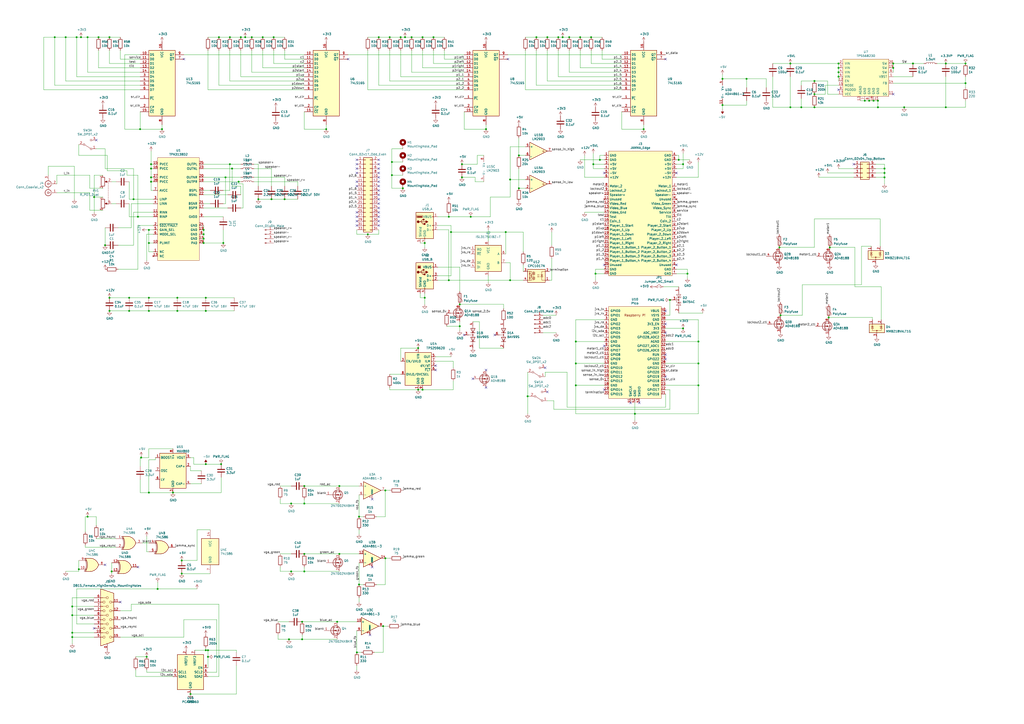
<source format=kicad_sch>
(kicad_sch (version 20211123) (generator eeschema)
  (paper "A2")
  (title_block (title "TD-IO"))
  (junction (at 87.63 105.41))
  (junction (at 273.05 125.73))
  (junction (at 120.65 381))
  (junction (at 311.15 21.59))
  (junction (at 419.1 60.96))
  (junction (at 342.9 21.59))
  (junction (at 31.75 21.59))
  (junction (at 157.48 115.57))
  (junction (at 323.85 21.59))
  (junction (at 560.07 48.26))
  (junction (at 347.98 92.71))
  (junction (at 334.01 198.12))
  (junction (at 120.65 377.19))
  (junction (at 472.44 46.99))
  (junction (at 330.2 21.59))
  (junction (at 393.7 92.71))
  (junction (at 334.01 210.82))
  (junction (at 86.36 140.97))
  (junction (at 119.38 180.34))
  (junction (at 227.33 101.6))
  (junction (at 41.91 369.57))
  (junction (at 486.41 41.91))
  (junction (at 175.26 360.68))
  (junction (at 368.3 240.03))
  (junction (at 405.13 223.52))
  (junction (at 176.53 281.94))
  (junction (at 196.85 321.31))
  (junction (at 77.47 115.57))
  (junction (at 504.19 58.42))
  (junction (at 87.63 97.79))
  (junction (at 168.91 292.1))
  (junction (at 234.95 21.59))
  (junction (at 74.93 180.34))
  (junction (at 452.12 143.51))
  (junction (at 306.07 229.87))
  (junction (at 458.47 36.83))
  (junction (at 195.58 360.68))
  (junction (at 86.36 172.72))
  (junction (at 86.36 285.75))
  (junction (at 105.41 332.74))
  (junction (at 213.36 135.89))
  (junction (at 219.71 21.59))
  (junction (at 326.39 21.59))
  (junction (at 133.35 95.25))
  (junction (at 266.7 176.53))
  (junction (at 266.7 189.23))
  (junction (at 208.28 299.72))
  (junction (at 260.35 162.56))
  (junction (at 295.91 104.14))
  (junction (at 119.38 269.24))
  (junction (at 524.51 62.23))
  (junction (at 506.73 58.42))
  (junction (at 102.87 172.72))
  (junction (at 509.27 58.42))
  (junction (at 242.57 226.06))
  (junction (at 138.43 105.41))
  (junction (at 396.24 95.25))
  (junction (at 130.81 102.87))
  (junction (at 300.99 90.17))
  (junction (at 128.27 269.24))
  (junction (at 548.64 36.83))
  (junction (at 518.16 39.37))
  (junction (at 86.36 180.34))
  (junction (at 81.915 265.43))
  (junction (at 149.86 115.57))
  (junction (at 267.97 95.25))
  (junction (at 85.09 381))
  (junction (at 227.33 93.98))
  (junction (at 261.62 134.62))
  (junction (at 63.5 180.34))
  (junction (at 472.44 62.23))
  (junction (at 118.11 140.97))
  (junction (at 238.76 21.59))
  (junction (at 501.65 58.42))
  (junction (at 50.8 299.72))
  (junction (at 345.44 158.75))
  (junction (at 176.53 321.31))
  (junction (at 41.91 356.87))
  (junction (at 119.38 172.72))
  (junction (at 54.61 114.3))
  (junction (at 165.1 115.57))
  (junction (at 208.28 339.09))
  (junction (at 336.55 21.59))
  (junction (at 260.35 125.73))
  (junction (at 560.07 36.83))
  (junction (at 223.52 284.48))
  (junction (at 472.44 54.61))
  (junction (at 293.37 134.62))
  (junction (at 118.11 133.35))
  (junction (at 509.27 62.23))
  (junction (at 45.72 330.2))
  (junction (at 281.94 74.93))
  (junction (at 373.38 74.93))
  (junction (at 152.4 21.59))
  (junction (at 133.35 21.59))
  (junction (at 38.1 21.59))
  (junction (at 464.82 62.23))
  (junction (at 245.11 21.59))
  (junction (at 87.63 102.87))
  (junction (at 246.38 140.97))
  (junction (at 196.85 281.94))
  (junction (at 81.28 74.93))
  (junction (at 146.05 21.59))
  (junction (at 242.57 201.93))
  (junction (at 419.1 45.72))
  (junction (at 481.33 143.51))
  (junction (at 41.91 367.03))
  (junction (at 317.5 21.59))
  (junction (at 110.49 402.59))
  (junction (at 41.91 351.79))
  (junction (at 405.13 210.82))
  (junction (at 207.01 378.46))
  (junction (at 334.01 223.52))
  (junction (at 74.93 172.72))
  (junction (at 91.44 341.63))
  (junction (at 100.33 285.75))
  (junction (at 513.08 97.79))
  (junction (at 548.64 62.23))
  (junction (at 300.99 109.22))
  (junction (at 119.38 377.19))
  (junction (at 87.63 95.25))
  (junction (at 452.755 182.88))
  (junction (at 222.25 363.22))
  (junction (at 518.16 36.83))
  (junction (at 158.75 21.59))
  (junction (at 105.41 325.12))
  (junction (at 50.8 21.59))
  (junction (at 513.08 102.87))
  (junction (at 233.68 109.22))
  (junction (at 64.77 331.47))
  (junction (at 118.11 135.89))
  (junction (at 486.41 44.45))
  (junction (at 168.91 331.47))
  (junction (at 189.23 74.93))
  (junction (at 80.01 125.73))
  (junction (at 63.5 21.59))
  (junction (at 480.695 184.15))
  (junction (at 118.11 138.43))
  (junction (at 102.87 180.34))
  (junction (at 167.64 370.84))
  (junction (at 388.62 173.99))
  (junction (at 57.15 21.59))
  (junction (at 245.11 226.06))
  (junction (at 134.62 97.79))
  (junction (at 46.99 21.59))
  (junction (at 529.59 36.83))
  (junction (at 344.17 95.25))
  (junction (at 176.53 331.47))
  (junction (at 433.07 45.72))
  (junction (at 175.26 370.84))
  (junction (at 486.41 36.83))
  (junction (at 226.06 21.59))
  (junction (at 232.41 21.59))
  (junction (at 129.54 140.97))
  (junction (at 486.41 39.37))
  (junction (at 63.5 172.72))
  (junction (at 44.45 21.59))
  (junction (at 295.91 162.56))
  (junction (at 267.97 102.87))
  (junction (at 223.52 323.85))
  (junction (at 513.08 100.33))
  (junction (at 142.24 21.59))
  (junction (at 139.7 21.59))
  (junction (at 127 21.59))
  (junction (at 246.38 172.72))
  (junction (at 405.13 198.12))
  (junction (at 458.47 62.23))
  (junction (at 86.36 133.35))
  (junction (at 396.24 190.5))
  (junction (at 176.53 292.1))
  (junction (at 398.78 158.75))
  (junction (at 93.98 74.93))
  (junction (at 251.46 21.59))
  (junction (at 60.96 142.24))
  (no_connect (at 495.3 95.25))
  (no_connect (at 219.71 123.19))
  (no_connect (at 207.01 105.41))
  (no_connect (at 274.32 219.71))
  (no_connect (at 219.71 107.95))
  (no_connect (at 386.08 208.28))
  (no_connect (at 392.43 100.33))
  (no_connect (at 350.52 153.67))
  (no_connect (at 252.73 212.09))
  (no_connect (at 106.68 34.29))
  (no_connect (at 317.5 227.33))
  (no_connect (at 219.71 100.33))
  (no_connect (at 207.01 130.81))
  (no_connect (at 365.76 233.68))
  (no_connect (at 370.84 233.68))
  (no_connect (at 219.71 118.11))
  (no_connect (at 219.71 130.81))
  (no_connect (at 350.52 226.06))
  (no_connect (at 350.52 200.66))
  (no_connect (at 219.71 95.25))
  (no_connect (at 386.08 218.44))
  (no_connect (at 287.02 194.31))
  (no_connect (at 386.08 193.04))
  (no_connect (at 215.9 328.93))
  (no_connect (at 386.08 205.74))
  (no_connect (at 80.01 328.93))
  (no_connect (at 219.71 102.87))
  (no_connect (at 54.61 364.49))
  (no_connect (at 392.43 153.67))
  (no_connect (at 281.94 214.63))
  (no_connect (at 207.01 123.19))
  (no_connect (at 219.71 97.79))
  (no_connect (at 386.08 180.34))
  (no_connect (at 219.71 128.27))
  (no_connect (at 269.24 194.31))
  (no_connect (at 219.71 110.49))
  (no_connect (at 294.64 34.29))
  (no_connect (at 215.9 289.56))
  (no_connect (at 219.71 125.73))
  (no_connect (at 207.01 97.79))
  (no_connect (at 281.94 224.79))
  (no_connect (at 386.08 34.29))
  (no_connect (at 207.01 92.71))
  (no_connect (at 207.01 128.27))
  (no_connect (at 350.52 100.33))
  (no_connect (at 69.85 349.25))
  (no_connect (at 207.01 125.73))
  (no_connect (at 486.41 52.07))
  (no_connect (at 316.23 213.36))
  (no_connect (at 219.71 113.03))
  (no_connect (at 207.01 95.25))
  (no_connect (at 214.63 368.3))
  (no_connect (at 518.16 54.61))
  (no_connect (at 60.96 327.66))
  (no_connect (at 219.71 120.65))
  (no_connect (at 219.71 105.41))
  (no_connect (at 252.73 214.63))
  (no_connect (at 386.08 187.96))
  (no_connect (at 219.71 115.57))
  (no_connect (at 219.71 92.71))
  (no_connect (at 207.01 100.33))
  (no_connect (at 207.01 107.95))
  (no_connect (at 55.88 81.28))
  (no_connect (at 201.93 34.29))
  (wire (pts (xy 448.31 62.23) (xy 448.31 44.45)))
  (wire (pts (xy 283.21 160.02) (xy 283.21 163.83)))
  (wire (pts (xy 388.62 237.49) (xy 388.62 226.06)))
  (wire (pts (xy 93.98 72.39) (xy 93.98 74.93)))
  (wire (pts (xy 269.24 49.53) (xy 219.71 49.53)))
  (wire (pts (xy 100.33 392.43) (xy 78.74 392.43)))
  (wire (pts (xy 464.82 46.99) (xy 472.44 46.99)))
  (wire (pts (xy 213.36 135.89) (xy 219.71 135.89)))
  (wire (pts (xy 80.01 125.73) (xy 80.01 101.6)))
  (wire (pts (xy 162.56 331.47) (xy 168.91 331.47)))
  (wire (pts (xy 245.11 39.37) (xy 245.11 29.21)))
  (wire (pts (xy 320.04 142.24) (xy 320.04 134.62)))
  (wire (pts (xy 400.05 92.71) (xy 393.7 92.71)))
  (wire (pts (xy 486.41 41.91) (xy 486.41 39.37)))
  (wire (pts (xy 292.1 176.53) (xy 292.1 179.07)))
  (wire (pts (xy 295.91 114.3) (xy 295.91 104.14)))
  (wire (pts (xy 345.44 162.56) (xy 345.44 158.75)))
  (wire (pts (xy 162.56 292.1) (xy 168.91 292.1)))
  (wire (pts (xy 120.65 381) (xy 120.65 377.19)))
  (wire (pts (xy 165.1 34.29) (xy 165.1 29.21)))
  (wire (pts (xy 269.24 74.93) (xy 281.94 74.93)))
  (wire (pts (xy 304.8 21.59) (xy 311.15 21.59)))
  (wire (pts (xy 513.08 97.79) (xy 513.08 95.25)))
  (wire (pts (xy 458.47 36.83) (xy 486.41 36.83)))
  (wire (pts (xy 125.73 359.41) (xy 125.73 389.89)))
  (wire (pts (xy 513.08 102.87) (xy 513.08 100.33)))
  (wire (pts (xy 334.01 240.03) (xy 334.01 223.52)))
  (wire (pts (xy 405.13 210.82) (xy 405.13 198.12)))
  (wire (pts (xy 81.28 39.37) (xy 57.15 39.37)))
  (wire (pts (xy 119.38 377.19) (xy 113.03 377.19)))
  (wire (pts (xy 133.35 95.25) (xy 139.7 95.25)))
  (wire (pts (xy 347.98 92.71) (xy 347.98 90.17)))
  (wire (pts (xy 222.25 378.46) (xy 222.25 363.22)))
  (wire (pts (xy 81.915 265.43) (xy 81.915 264.795)))
  (wire (pts (xy 472.44 127) (xy 510.54 127)))
  (wire (pts (xy 196.85 321.31) (xy 176.53 321.31)))
  (wire (pts (xy 396.24 190.5) (xy 386.08 190.5)))
  (wire (pts (xy 334.01 198.12) (xy 334.01 210.82)))
  (wire (pts (xy 119.38 180.34) (xy 135.89 180.34)))
  (wire (pts (xy 175.26 368.3) (xy 175.26 370.84)))
  (wire (pts (xy 518.16 48.26) (xy 560.07 48.26)))
  (wire (pts (xy 321.31 237.49) (xy 388.62 237.49)))
  (wire (pts (xy 326.39 21.59) (xy 330.2 21.59)))
  (wire (pts (xy 80.01 156.21) (xy 80.01 130.81)))
  (wire (pts (xy 196.85 281.94) (xy 208.28 281.94)))
  (wire (pts (xy 27.94 96.52) (xy 27.94 101.6)))
  (wire (pts (xy 350.52 223.52) (xy 334.01 223.52)))
  (wire (pts (xy 110.49 270.51) (xy 110.49 273.05)))
  (wire (pts (xy 195.58 360.68) (xy 175.26 360.68)))
  (wire (pts (xy 147.32 102.87) (xy 165.1 102.87)))
  (wire (pts (xy 360.68 49.53) (xy 311.15 49.53)))
  (wire (pts (xy 223.52 299.72) (xy 223.52 284.48)))
  (wire (pts (xy 81.28 44.45) (xy 44.45 44.45)))
  (wire (pts (xy 254 130.81) (xy 261.62 130.81)))
  (wire (pts (xy 54.61 367.03) (xy 41.91 367.03)))
  (wire (pts (xy 87.63 87.63) (xy 87.63 95.25)))
  (wire (pts (xy 176.53 34.29) (xy 165.1 34.29)))
  (wire (pts (xy 118.11 110.49) (xy 121.92 110.49)))
  (wire (pts (xy 344.17 95.25) (xy 344.17 97.79)))
  (wire (pts (xy 349.25 34.29) (xy 349.25 29.21)))
  (wire (pts (xy 336.55 21.59) (xy 342.9 21.59)))
  (wire (pts (xy 86.36 146.05) (xy 86.36 140.97)))
  (wire (pts (xy 189.23 74.93) (xy 176.53 74.93)))
  (wire (pts (xy 168.91 321.31) (xy 162.56 321.31)))
  (wire (pts (xy 120.65 377.19) (xy 119.38 377.19)))
  (wire (pts (xy 55.88 86.36) (xy 60.96 86.36)))
  (wire (pts (xy 243.84 172.72) (xy 246.38 172.72)))
  (wire (pts (xy 120.65 52.07) (xy 120.65 29.21)))
  (wire (pts (xy 31.75 21.59) (xy 38.1 21.59)))
  (wire (pts (xy 139.7 107.95) (xy 134.62 107.95)))
  (wire (pts (xy 100.33 285.75) (xy 128.27 285.75)))
  (wire (pts (xy 486.41 39.37) (xy 486.41 36.83)))
  (wire (pts (xy 81.28 270.51) (xy 81.28 265.43)))
  (wire (pts (xy 452.755 182.88) (xy 465.455 182.88)))
  (wire (pts (xy 472.44 143.51) (xy 472.44 127)))
  (wire (pts (xy 506.095 184.15) (xy 506.095 185.42)))
  (wire (pts (xy 342.9 36.83) (xy 342.9 29.21)))
  (wire (pts (xy 118.11 118.11) (xy 121.92 118.11)))
  (wire (pts (xy 262.89 213.36) (xy 262.89 209.55)))
  (wire (pts (xy 284.48 114.3) (xy 284.48 125.73)))
  (wire (pts (xy 87.63 102.87) (xy 88.9 102.87)))
  (wire (pts (xy 207.01 365.76) (xy 207.01 378.46)))
  (wire (pts (xy 433.07 60.96) (xy 433.07 58.42)))
  (wire (pts (xy 506.73 58.42) (xy 509.27 58.42)))
  (wire (pts (xy 44.45 361.95) (xy 44.45 341.63)))
  (wire (pts (xy 518.16 36.83) (xy 529.59 36.83)))
  (wire (pts (xy 396.24 95.25) (xy 392.43 95.25)))
  (wire (pts (xy 41.91 346.71) (xy 41.91 351.79)))
  (wire (pts (xy 306.07 229.87) (xy 307.34 229.87)))
  (wire (pts (xy 134.62 107.95) (xy 134.62 97.79)))
  (wire (pts (xy 158.75 36.83) (xy 158.75 29.21)))
  (wire (pts (xy 486.41 54.61) (xy 480.06 54.61)))
  (wire (pts (xy 368.3 240.03) (xy 368.3 243.84)))
  (wire (pts (xy 196.85 292.1) (xy 176.53 292.1)))
  (wire (pts (xy 317.5 46.99) (xy 317.5 29.21)))
  (wire (pts (xy 52.07 111.76) (xy 52.07 121.92)))
  (wire (pts (xy 269.24 46.99) (xy 226.06 46.99)))
  (wire (pts (xy 85.09 311.15) (xy 85.09 320.04)))
  (wire (pts (xy 147.32 95.25) (xy 149.86 95.25)))
  (wire (pts (xy 504.19 58.42) (xy 501.65 58.42)))
  (wire (pts (xy 219.71 135.89) (xy 219.71 133.35)))
  (wire (pts (xy 350.52 92.71) (xy 347.98 92.71)))
  (wire (pts (xy 246.38 172.72) (xy 246.38 170.18)))
  (wire (pts (xy 219.71 21.59) (xy 226.06 21.59)))
  (wire (pts (xy 269.24 64.77) (xy 269.24 74.93)))
  (wire (pts (xy 386.08 236.22) (xy 386.08 228.6)))
  (wire (pts (xy 495.935 166.37) (xy 495.935 143.51)))
  (wire (pts (xy 38.1 21.59) (xy 38.1 46.99)))
  (wire (pts (xy 474.98 102.87) (xy 495.3 102.87)))
  (wire (pts (xy 73.66 101.6) (xy 73.66 99.06)))
  (wire (pts (xy 548.64 44.45) (xy 548.64 62.23)))
  (wire (pts (xy 269.24 34.29) (xy 257.81 34.29)))
  (wire (pts (xy 62.23 90.17) (xy 45.72 90.17)))
  (wire (pts (xy 480.695 184.15) (xy 506.095 184.15)))
  (wire (pts (xy 495.935 166.37) (xy 511.175 166.37)))
  (wire (pts (xy 510.54 127) (xy 510.54 142.875)))
  (wire (pts (xy 208.28 309.88) (xy 208.28 307.34)))
  (wire (pts (xy 396.24 88.9) (xy 396.24 95.25)))
  (wire (pts (xy 304.8 52.07) (xy 304.8 29.21)))
  (wire (pts (xy 480.06 46.99) (xy 472.44 46.99)))
  (wire (pts (xy 444.5 45.72) (xy 433.07 45.72)))
  (wire (pts (xy 233.68 86.36) (xy 227.33 86.36)))
  (wire (pts (xy 328.93 215.9) (xy 316.23 215.9)))
  (wire (pts (xy 78.74 392.43) (xy 78.74 388.62)))
  (wire (pts (xy 90.17 265.43) (xy 90.17 266.7)))
  (wire (pts (xy 67.31 317.5) (xy 49.53 317.5)))
  (wire (pts (xy 276.86 95.25) (xy 276.86 90.17)))
  (wire (pts (xy 267.97 102.87) (xy 275.59 102.87)))
  (wire (pts (xy 478.79 54.61) (xy 478.79 49.53)))
  (wire (pts (xy 480.06 54.61) (xy 480.06 46.99)))
  (wire (pts (xy 67.31 118.11) (xy 64.77 118.11)))
  (wire (pts (xy 360.68 74.93) (xy 373.38 74.93)))
  (wire (pts (xy 260.35 162.56) (xy 295.91 162.56)))
  (wire (pts (xy 208.28 339.09) (xy 210.82 339.09)))
  (wire (pts (xy 320.04 162.56) (xy 320.04 149.86)))
  (wire (pts (xy 478.79 49.53) (xy 486.41 49.53)))
  (wire (pts (xy 139.7 44.45) (xy 139.7 29.21)))
  (wire (pts (xy 176.53 52.07) (xy 120.65 52.07)))
  (wire (pts (xy 254 154.94) (xy 266.7 154.94)))
  (wire (pts (xy 261.62 134.62) (xy 293.37 134.62)))
  (wire (pts (xy 86.36 265.43) (xy 86.36 260.35)))
  (wire (pts (xy 125.73 389.89) (xy 120.65 389.89)))
  (wire (pts (xy 134.62 97.79) (xy 139.7 97.79)))
  (wire (pts (xy 208.28 299.72) (xy 210.82 299.72)))
  (wire (pts (xy 232.41 21.59) (xy 234.95 21.59)))
  (wire (pts (xy 77.47 115.57) (xy 88.9 115.57)))
  (wire (pts (xy 135.89 172.72) (xy 119.38 172.72)))
  (wire (pts (xy 76.2 132.08) (xy 68.58 132.08)))
  (wire (pts (xy 433.07 45.72) (xy 419.1 45.72)))
  (wire (pts (xy 49.53 299.72) (xy 50.8 299.72)))
  (wire (pts (xy 560.07 62.23) (xy 560.07 58.42)))
  (wire (pts (xy 161.29 370.84) (xy 167.64 370.84)))
  (wire (pts (xy 219.71 49.53) (xy 219.71 29.21)))
  (wire (pts (xy 254 162.56) (xy 260.35 162.56)))
  (wire (pts (xy 292.1 176.53) (xy 266.7 176.53)))
  (wire (pts (xy 300.99 109.22) (xy 304.8 109.22)))
  (wire (pts (xy 266.7 154.94) (xy 266.7 168.91)))
  (wire (pts (xy 267.97 95.25) (xy 276.86 95.25)))
  (wire (pts (xy 38.1 21.59) (xy 44.45 21.59)))
  (wire (pts (xy 44.45 21.59) (xy 44.45 44.45)))
  (wire (pts (xy 360.68 64.77) (xy 360.68 74.93)))
  (wire (pts (xy 323.85 44.45) (xy 323.85 29.21)))
  (wire (pts (xy 87.63 97.79) (xy 87.63 102.87)))
  (wire (pts (xy 119.38 172.72) (xy 102.87 172.72)))
  (wire (pts (xy 278.13 201.93) (xy 278.13 186.69)))
  (wire (pts (xy 90.17 266.7) (xy 86.36 266.7)))
  (wire (pts (xy 452.12 143.51) (xy 472.44 143.51)))
  (wire (pts (xy 127 392.43) (xy 120.65 392.43)))
  (wire (pts (xy 323.85 21.59) (xy 317.5 21.59)))
  (wire (pts (xy 86.36 172.72) (xy 74.93 172.72)))
  (wire (pts (xy 405.13 198.12) (xy 405.13 185.42)))
  (wire (pts (xy 129.54 140.97) (xy 118.11 140.97)))
  (wire (pts (xy 318.77 162.56) (xy 320.04 162.56)))
  (wire (pts (xy 238.76 41.91) (xy 238.76 29.21)))
  (wire (pts (xy 81.28 34.29) (xy 69.85 34.29)))
  (wire (pts (xy 529.59 36.83) (xy 535.94 36.83)))
  (wire (pts (xy 149.86 115.57) (xy 157.48 115.57)))
  (wire (pts (xy 139.7 21.59) (xy 133.35 21.59)))
  (wire (pts (xy 295.91 162.56) (xy 303.53 162.56)))
  (wire (pts (xy 88.9 133.35) (xy 86.36 133.35)))
  (wire (pts (xy 347.98 92.71) (xy 336.55 92.71)))
  (wire (pts (xy 55.88 304.8) (xy 55.88 299.72)))
  (wire (pts (xy 162.56 289.56) (xy 162.56 292.1)))
  (wire (pts (xy 284.48 125.73) (xy 273.05 125.73)))
  (wire (pts (xy 261.62 160.02) (xy 254 160.02)))
  (wire (pts (xy 176.53 36.83) (xy 158.75 36.83)))
  (wire (pts (xy 88.9 146.05) (xy 86.36 146.05)))
  (wire (pts (xy 129.54 133.35) (xy 129.54 140.97)))
  (wire (pts (xy 283.21 133.35) (xy 283.21 139.7)))
  (wire (pts (xy 334.01 210.82) (xy 350.52 210.82)))
  (wire (pts (xy 114.3 325.12) (xy 114.3 307.34)))
  (wire (pts (xy 458.47 62.23) (xy 464.82 62.23)))
  (wire (pts (xy 72.39 31.75) (xy 81.28 31.75)))
  (wire (pts (xy 44.45 341.63) (xy 91.44 341.63)))
  (wire (pts (xy 152.4 21.59) (xy 158.75 21.59)))
  (wire (pts (xy 105.41 325.12) (xy 114.3 325.12)))
  (wire (pts (xy 207.01 388.62) (xy 207.01 386.08)))
  (wire (pts (xy 140.97 120.65) (xy 140.97 106.68)))
  (wire (pts (xy 518.16 41.91) (xy 518.16 39.37)))
  (wire (pts (xy 81.28 49.53) (xy 31.75 49.53)))
  (wire (pts (xy 138.43 106.68) (xy 138.43 105.41)))
  (wire (pts (xy 64.77 332.74) (xy 64.77 331.47)))
  (wire (pts (xy 147.32 105.41) (xy 172.72 105.41)))
  (wire (pts (xy 76.2 118.11) (xy 76.2 132.08)))
  (wire (pts (xy 207.01 135.89) (xy 207.01 133.35)))
  (wire (pts (xy 54.61 356.87) (xy 41.91 356.87)))
  (wire (pts (xy 118.11 138.43) (xy 118.11 140.97)))
  (wire (pts (xy 50.8 21.59) (xy 50.8 41.91)))
  (wire (pts (xy 69.85 34.29) (xy 69.85 29.21)))
  (wire (pts (xy 165.1 115.57) (xy 172.72 115.57)))
  (wire (pts (xy 129.54 110.49) (xy 133.35 110.49)))
  (wire (pts (xy 513.08 95.25) (xy 508 95.25)))
  (wire (pts (xy 505.46 142.875) (xy 499.745 142.875)))
  (wire (pts (xy 560.07 44.45) (xy 560.07 48.26)))
  (wire (pts (xy 543.56 36.83) (xy 548.64 36.83)))
  (wire (pts (xy 157.48 115.57) (xy 165.1 115.57)))
  (wire (pts (xy 106.68 359.41) (xy 125.73 359.41)))
  (wire (pts (xy 262.89 226.06) (xy 262.89 220.98)))
  (wire (pts (xy 458.47 44.45) (xy 458.47 62.23)))
  (wire (pts (xy 396.24 95.25) (xy 396.24 97.79)))
  (wire (pts (xy 176.53 64.77) (xy 176.53 74.93)))
  (wire (pts (xy 405.13 185.42) (xy 386.08 185.42)))
  (wire (pts (xy 314.96 182.88) (xy 322.58 182.88)))
  (wire (pts (xy 76.2 350.52) (xy 127 350.52)))
  (wire (pts (xy 300.99 90.17) (xy 300.99 80.01)))
  (wire (pts (xy 63.5 21.59) (xy 69.85 21.59)))
  (wire (pts (xy 350.52 123.19) (xy 339.09 123.19)))
  (wire (pts (xy 269.24 52.07) (xy 213.36 52.07)))
  (wire (pts (xy 275.59 105.41) (xy 280.67 105.41)))
  (wire (pts (xy 41.91 351.79) (xy 41.91 356.87)))
  (wire (pts (xy 262.89 209.55) (xy 252.73 209.55)))
  (wire (pts (xy 322.58 193.04) (xy 314.96 193.04)))
  (wire (pts (xy 339.09 90.17) (xy 339.09 102.87)))
  (wire (pts (xy 360.68 39.37) (xy 336.55 39.37)))
  (wire (pts (xy 77.47 142.24) (xy 68.58 142.24)))
  (wire (pts (xy 368.3 240.03) (xy 405.13 240.03)))
  (wire (pts (xy 152.4 39.37) (xy 152.4 29.21)))
  (wire (pts (xy 119.38 375.92) (xy 119.38 377.19)))
  (wire (pts (xy 433.07 50.8) (xy 433.07 45.72)))
  (wire (pts (xy 294.64 31.75) (xy 360.68 31.75)))
  (wire (pts (xy 257.81 34.29) (xy 257.81 29.21)))
  (wire (pts (xy 243.84 170.18) (xy 243.84 172.72)))
  (wire (pts (xy 311.15 49.53) (xy 311.15 29.21)))
  (wire (pts (xy 344.17 95.25) (xy 350.52 95.25)))
  (wire (pts (xy 139.7 120.65) (xy 140.97 120.65)))
  (wire (pts (xy 506.73 58.42) (xy 504.19 58.42)))
  (wire (pts (xy 208.28 287.02) (xy 208.28 299.72)))
  (wire (pts (xy 246.38 140.97) (xy 243.84 140.97)))
  (wire (pts (xy 127 21.59) (xy 133.35 21.59)))
  (wire (pts (xy 295.91 104.14) (xy 304.8 104.14)))
  (wire (pts (xy 149.86 107.95) (xy 149.86 95.25)))
  (wire (pts (xy 93.98 74.93) (xy 81.28 74.93)))
  (wire (pts (xy 67.31 312.42) (xy 55.88 312.42)))
  (wire (pts (xy 328.93 236.22) (xy 386.08 236.22)))
  (wire (pts (xy 138.43 105.41) (xy 139.7 105.41)))
  (wire (pts (xy 405.13 102.87) (xy 392.43 102.87)))
  (wire (pts (xy 195.58 360.68) (xy 207.01 360.68)))
  (wire (pts (xy 293.37 134.62) (xy 303.53 134.62)))
  (wire (pts (xy 328.93 215.9) (xy 328.93 236.22)))
  (wire (pts (xy 146.05 21.59) (xy 152.4 21.59)))
  (wire (pts (xy 54.61 123.19) (xy 54.61 114.3)))
  (wire (pts (xy 419.1 60.96) (xy 419.1 63.5)))
  (wire (pts (xy 87.63 105.41) (xy 88.9 105.41)))
  (wire (pts (xy 360.68 41.91) (xy 330.2 41.91)))
  (wire (pts (xy 388.62 182.88) (xy 388.62 173.99)))
  (wire (pts (xy 316.23 215.9) (xy 316.23 218.44)))
  (wire (pts (xy 405.13 223.52) (xy 405.13 210.82)))
  (wire (pts (xy 118.11 105.41) (xy 138.43 105.41)))
  (wire (pts (xy 54.61 346.71) (xy 41.91 346.71)))
  (wire (pts (xy 444.5 50.8) (xy 444.5 45.72)))
  (wire (pts (xy 119.38 269.24) (xy 112.395 269.24)))
  (wire (pts (xy 33.02 106.68) (xy 33.02 101.6)))
  (wire (pts (xy 25.4 21.59) (xy 31.75 21.59)))
  (wire (pts (xy 360.68 46.99) (xy 317.5 46.99)))
  (wire (pts (xy 85.09 320.04) (xy 86.36 320.04)))
  (wire (pts (xy 110.49 280.67) (xy 116.84 280.67)))
  (wire (pts (xy 246.38 176.53) (xy 246.38 172.72)))
  (wire (pts (xy 54.61 361.95) (xy 44.45 361.95)))
  (wire (pts (xy 259.08 189.23) (xy 266.7 189.23)))
  (wire (pts (xy 245.11 21.59) (xy 251.46 21.59)))
  (wire (pts (xy 524.51 62.23) (xy 509.27 62.23)))
  (wire (pts (xy 74.93 180.34) (xy 86.36 180.34)))
  (wire (pts (xy 226.06 46.99) (xy 226.06 29.21)))
  (wire (pts (xy 398.78 161.29) (xy 398.78 158.75)))
  (wire (pts (xy 87.63 95.25) (xy 87.63 97.79)))
  (wire (pts (xy 43.18 96.52) (xy 43.18 115.57)))
  (wire (pts (xy 486.41 44.45) (xy 486.41 41.91)))
  (wire (pts (xy 495.3 97.79) (xy 486.41 97.79)))
  (wire (pts (xy 77.47 97.79) (xy 60.96 97.79)))
  (wire (pts (xy 269.24 36.83) (xy 251.46 36.83)))
  (wire (pts (xy 176.53 46.99) (xy 133.35 46.99)))
  (wire (pts (xy 458.47 36.83) (xy 448.31 36.83)))
  (wire (pts (xy 472.44 54.61) (xy 478.79 54.61)))
  (wire (pts (xy 127 350.52) (xy 127 392.43)))
  (wire (pts (xy 330.2 41.91) (xy 330.2 29.21)))
  (wire (pts (xy 224.79 363.22) (xy 222.25 363.22)))
  (wire (pts (xy 119.38 180.34) (xy 102.87 180.34)))
  (wire (pts (xy 176.53 44.45) (xy 139.7 44.45)))
  (wire (pts (xy 195.58 370.84) (xy 175.26 370.84)))
  (wire (pts (xy 201.93 31.75) (xy 269.24 31.75)))
  (wire (pts (xy 347.98 90.17) (xy 350.52 90.17)))
  (wire (pts (xy 31.75 21.59) (xy 31.75 49.53)))
  (wire (pts (xy 398.78 156.21) (xy 392.43 156.21)))
  (wire (pts (xy 88.9 140.97) (xy 86.36 140.97)))
  (wire (pts (xy 511.175 166.37) (xy 511.175 185.42)))
  (wire (pts (xy 74.93 118.11) (xy 74.93 125.73)))
  (wire (pts (xy 38.1 331.47) (xy 45.72 331.47)))
  (wire (pts (xy 80.01 125.73) (xy 88.9 125.73)))
  (wire (pts (xy 405.13 93.98) (xy 405.13 102.87)))
  (wire (pts (xy 518.16 36.83) (xy 518.16 39.37)))
  (wire (pts (xy 464.82 62.23) (xy 472.44 62.23)))
  (wire (pts (xy 233.68 93.98) (xy 227.33 93.98)))
  (wire (pts (xy 59.69 101.6) (xy 54.61 101.6)))
  (wire (pts (xy 168.91 281.94) (xy 162.56 281.94)))
  (wire (pts (xy 57.15 21.59) (xy 63.5 21.59)))
  (wire (pts (xy 72.39 31.75) (xy 72.39 74.93)))
  (wire (pts (xy 278.13 186.69) (xy 274.32 186.69)))
  (wire (pts (xy 388.62 226.06) (xy 386.08 226.06)))
  (wire (pts (xy 114.3 341.63) (xy 91.44 341.63)))
  (wire (pts (xy 133.35 46.99) (xy 133.35 29.21)))
  (wire (pts (xy 130.81 118.11) (xy 130.81 102.87)))
  (wire (pts (xy 321.31 232.41) (xy 317.5 232.41)))
  (wire (pts (xy 88.9 135.89) (xy 85.09 135.89)))
  (wire (pts (xy 548.64 62.23) (xy 560.07 62.23)))
  (wire (pts (xy 45.72 325.12) (xy 45.72 330.2)))
  (wire (pts (xy 105.41 332.74) (xy 121.92 332.74)))
  (wire (pts (xy 91.44 341.63) (xy 91.44 337.82)))
  (wire (pts (xy 360.68 52.07) (xy 304.8 52.07)))
  (wire (pts (xy 232.41 217.17) (xy 226.06 217.17)))
  (wire (pts (xy 86.36 180.34) (xy 102.87 180.34)))
  (wire (pts (xy 176.53 289.56) (xy 176.53 292.1)))
  (wire (pts (xy 139.7 113.03) (xy 139.7 107.95)))
  (wire (pts (xy 76.2 354.33) (xy 69.85 354.33)))
  (wire (pts (xy 360.68 34.29) (xy 349.25 34.29)))
  (wire (pts (xy 227.33 93.98) (xy 227.33 101.6)))
  (wire (pts (xy 80.01 101.6) (xy 73.66 101.6)))
  (wire (pts (xy 218.44 339.09) (xy 223.52 339.09)))
  (wire (pts (xy 49.53 308.61) (xy 49.53 299.72)))
  (wire (pts (xy 321.31 237.49) (xy 321.31 232.41)))
  (wire (pts (xy 55.88 299.72) (xy 50.8 299.72)))
  (wire (pts (xy 45.72 83.82) (xy 45.72 90.17)))
  (wire (pts (xy 261.62 134.62) (xy 261.62 160.02)))
  (wire (pts (xy 118.11 113.03) (xy 132.08 113.03)))
  (wire (pts (xy 227.33 86.36) (xy 227.33 93.98)))
  (wire (pts (xy 261.62 130.81) (xy 261.62 134.62)))
  (wire (pts (xy 303.53 146.05) (xy 303.53 134.62)))
  (wire (pts (xy 128.27 276.86) (xy 128.27 285.75)))
  (wire (pts (xy 334.01 185.42) (xy 334.01 198.12)))
  (wire (pts (xy 486.41 46.99) (xy 486.41 44.45)))
  (wire (pts (xy 118.11 138.43) (xy 118.11 135.89)))
  (wire (pts (xy 405.13 240.03) (xy 405.13 223.52)))
  (wire (pts (xy 560.07 48.26) (xy 560.07 50.8)))
  (wire (pts (xy 275.59 102.87) (xy 275.59 105.41)))
  (wire (pts (xy 80.01 130.81) (xy 88.9 130.81)))
  (wire (pts (xy 393.7 92.71) (xy 393.7 90.17)))
  (wire (pts (xy 45.72 331.47) (xy 45.72 330.2)))
  (wire (pts (xy 393.7 90.17) (xy 392.43 90.17)))
  (wire (pts (xy 142.24 21.59) (xy 146.05 21.59)))
  (wire (pts (xy 295.91 85.09) (xy 304.8 85.09)))
  (wire (pts (xy 217.17 378.46) (xy 222.25 378.46)))
  (wire (pts (xy 73.66 99.06) (xy 62.23 99.06)))
  (wire (pts (xy 223.52 339.09) (xy 223.52 323.85)))
  (wire (pts (xy 213.36 52.07) (xy 213.36 29.21)))
  (wire (pts (xy 63.5 36.83) (xy 63.5 29.21)))
  (wire (pts (xy 44.45 21.59) (xy 46.99 21.59)))
  (wire (pts (xy 226.06 224.79) (xy 226.06 226.06)))
  (wire (pts (xy 273.05 125.73) (xy 260.35 125.73)))
  (wire (pts (xy 100.33 389.89) (xy 85.09 389.89)))
  (wire (pts (xy 306.07 215.9) (xy 306.07 229.87)))
  (wire (pts (xy 81.28 46.99) (xy 38.1 46.99)))
  (wire (pts (xy 87.63 105.41) (xy 87.63 110.49)))
  (wire (pts (xy 60.96 132.08) (xy 60.96 142.24)))
  (wire (pts (xy 81.28 74.93) (xy 72.39 74.93)))
  (wire (pts (xy 284.48 114.3) (xy 295.91 114.3)))
  (wire (pts (xy 208.28 349.25) (xy 208.28 346.71)))
  (wire (pts (xy 54.61 114.3) (xy 59.69 114.3)))
  (wire (pts (xy 360.68 44.45) (xy 323.85 44.45)))
  (wire (pts (xy 137.16 377.19) (xy 137.16 378.46)))
  (wire (pts (xy 54.61 369.57) (xy 41.91 369.57)))
  (wire (pts (xy 120.65 377.19) (xy 137.16 377.19)))
  (wire (pts (xy 251.46 21.59) (xy 257.81 21.59)))
  (wire (pts (xy 114.3 307.34) (xy 121.92 307.34)))
  (wire (pts (xy 81.28 285.75) (xy 86.36 285.75)))
  (wire (pts (xy 261.62 207.01) (xy 252.73 207.01)))
  (wire (pts (xy 63.5 172.72) (xy 74.93 172.72)))
  (wire (pts (xy 393.7 92.71) (xy 392.43 92.71)))
  (wire (pts (xy 86.36 260.35) (xy 100.33 260.35)))
  (wire (pts (xy 480.06 100.33) (xy 495.3 100.33)))
  (wire (pts (xy 88.9 123.19) (xy 77.47 123.19)))
  (wire (pts (xy 405.13 223.52) (xy 386.08 223.52)))
  (wire (pts (xy 232.41 44.45) (xy 232.41 29.21)))
  (wire (pts (xy 227.33 109.22) (xy 233.68 109.22)))
  (wire (pts (xy 266.7 189.23) (xy 266.7 186.69)))
  (wire (pts (xy 62.23 99.06) (xy 62.23 90.17)))
  (wire (pts (xy 281.94 74.93) (xy 281.94 72.39)))
  (wire (pts (xy 398.78 158.75) (xy 398.78 156.21)))
  (wire (pts (xy 112.395 265.43) (xy 112.395 269.24)))
  (wire (pts (xy 172.72 105.41) (xy 172.72 107.95)))
  (wire (pts (xy 81.28 52.07) (xy 25.4 52.07)))
  (wire (pts (xy 269.24 41.91) (xy 238.76 41.91)))
  (wire (pts (xy 33.02 111.76) (xy 52.07 111.76)))
  (wire (pts (xy 368.3 240.03) (xy 334.01 240.03)))
  (wire (pts (xy 87.63 102.87) (xy 87.63 105.41)))
  (wire (pts (xy 33.02 101.6) (xy 52.07 101.6)))
  (wire (pts (xy 165.1 102.87) (xy 165.1 107.95)))
  (wire (pts (xy 396.24 97.79) (xy 392.43 97.79)))
  (wire (pts (xy 162.56 328.93) (xy 162.56 331.47)))
  (wire (pts (xy 118.11 133.35) (xy 118.11 135.89)))
  (wire (pts (xy 386.08 182.88) (xy 388.62 182.88)))
  (wire (pts (xy 293.37 152.4) (xy 295.91 152.4)))
  (wire (pts (xy 120.65 21.59) (xy 127 21.59)))
  (wire (pts (xy 368.3 233.68) (xy 368.3 240.03)))
  (wire (pts (xy 393.7 181.61) (xy 407.67 181.61)))
  (wire (pts (xy 242.57 226.06) (xy 245.11 226.06)))
  (wire (pts (xy 167.64 360.68) (xy 161.29 360.68)))
  (wire (pts (xy 81.28 36.83) (xy 63.5 36.83)))
  (wire (pts (xy 213.36 135.89) (xy 207.01 135.89)))
  (wire (pts (xy 85.09 381) (xy 78.74 381)))
  (wire (pts (xy 81.28 278.13) (xy 81.28 285.75)))
  (wire (pts (xy 86.36 172.72) (xy 102.87 172.72)))
  (wire (pts (xy 518.16 44.45) (xy 529.59 44.45)))
  (wire (pts (xy 41.91 367.03) (xy 41.91 369.57)))
  (wire (pts (xy 513.08 100.33) (xy 508 100.33)))
  (wire (pts (xy 342.9 21.59) (xy 349.25 21.59)))
  (wire (pts (xy 300.99 109.22) (xy 300.99 97.79)))
  (wire (pts (xy 74.93 115.57) (xy 77.47 115.57)))
  (wire (pts (xy 118.11 97.79) (xy 134.62 97.79)))
  (wire (pts (xy 419.1 60.96) (xy 433.07 60.96)))
  (wire (pts (xy 139.7 21.59) (xy 142.24 21.59)))
  (wire (pts (xy 74.93 105.41) (xy 74.93 115.57)))
  (wire (pts (xy 81.28 64.77) (xy 81.28 74.93)))
  (wire (pts (xy 304.8 90.17) (xy 300.99 90.17)))
  (wire (pts (xy 245.11 226.06) (xy 262.89 226.06)))
  (wire (pts (xy 405.13 210.82) (xy 386.08 210.82)))
  (wire (pts (xy 176.53 292.1) (xy 168.91 292.1)))
  (wire (pts (xy 465.455 165.1) (xy 465.455 182.88)))
  (wire (pts (xy 513.08 97.79) (xy 508 97.79)))
  (wire (pts (xy 86.36 140.97) (xy 86.36 133.35)))
  (wire (pts (xy 86.36 266.7) (xy 86.36 285.75)))
  (wire (pts (xy 495.935 143.51) (xy 481.33 143.51)))
  (wire (pts (xy 161.29 368.3) (xy 161.29 370.84)))
  (wire (pts (xy 218.44 299.72) (xy 223.52 299.72)))
  (wire (pts (xy 176.53 331.47) (xy 168.91 331.47)))
  (wire (pts (xy 208.28 326.39) (xy 208.28 339.09)))
  (wire (pts (xy 278.13 201.93) (xy 292.1 201.93)))
  (wire (pts (xy 118.11 95.25) (xy 133.35 95.25)))
  (wire (pts (xy 74.93 125.73) (xy 80.01 125.73)))
  (wire (pts (xy 64.77 331.47) (xy 64.77 326.39)))
  (wire (pts (xy 118.11 102.87) (xy 130.81 102.87)))
  (wire (pts (xy 232.41 201.93) (xy 242.57 201.93)))
  (wire (pts (xy 118.11 130.81) (xy 118.11 133.35)))
  (wire (pts (xy 52.07 121.92) (xy 59.69 121.92)))
  (wire (pts (xy 501.65 58.42) (xy 499.11 58.42)))
  (wire (pts (xy 513.08 102.87) (xy 513.08 106.68)))
  (wire (pts (xy 499.745 165.1) (xy 465.455 165.1)))
  (wire (pts (xy 60.96 97.79) (xy 60.96 86.36)))
  (wire (pts (xy 81.915 265.43) (xy 86.36 265.43)))
  (wire (pts (xy 130.81 102.87) (xy 139.7 102.87)))
  (wire (pts (xy 269.24 44.45) (xy 232.41 44.45)))
  (wire (pts (xy 227.33 101.6) (xy 227.33 109.22)))
  (wire (pts (xy 513.08 102.87) (xy 508 102.87)))
  (wire (pts (xy 129.54 118.11) (xy 130.81 118.11)))
  (wire (pts (xy 52.07 109.22) (xy 59.69 109.22)))
  (wire (pts (xy 254 125.73) (xy 260.35 125.73)))
  (wire (pts (xy 266.7 189.23) (xy 266.7 191.77)))
  (wire (pts (xy 176.53 31.75) (xy 106.68 31.75)))
  (wire (pts (xy 373.38 72.39) (xy 373.38 74.93)))
  (wire (pts (xy 350.52 198.12) (xy 334.01 198.12)))
  (wire (pts (xy 86.36 285.75) (xy 100.33 285.75)))
  (wire (pts (xy 464.82 57.15) (xy 464.82 62.23)))
  (wire (pts (xy 176.53 328.93) (xy 176.53 331.47)))
  (wire (pts (xy 339.09 102.87) (xy 350.52 102.87)))
  (wire (pts (xy 189.23 72.39) (xy 189.23 74.93)))
  (wire (pts (xy 110.49 273.05) (xy 116.84 273.05)))
  (wire (pts (xy 63.5 180.34) (xy 74.93 180.34)))
  (wire (pts (xy 68.58 156.21) (xy 80.01 156.21)))
  (wire (pts (xy 41.91 356.87) (xy 41.91 367.03)))
  (wire (pts (xy 226.06 226.06) (xy 242.57 226.06)))
  (wire (pts (xy 118.11 120.65) (xy 132.08 120.65)))
  (wire (pts (xy 196.85 321.31) (xy 208.28 321.31)))
  (wire (pts (xy 350.52 185.42) (xy 334.01 185.42)))
  (wire (pts (xy 110.49 265.43) (xy 112.395 265.43)))
  (wire (pts (xy 118.11 125.73) (xy 129.54 125.73)))
  (wire (pts (xy 158.75 21.59) (xy 165.1 21.59)))
  (wire (pts (xy 196.85 281.94) (xy 176.53 281.94)))
  (wire (pts (xy 472.44 62.23) (xy 509.27 62.23)))
  (wire (pts (xy 246.38 143.51) (xy 246.38 140.97)))
  (wire (pts (xy 330.2 21.59) (xy 336.55 21.59)))
  (wire (pts (xy 360.68 36.83) (xy 342.9 36.83)))
  (wire (pts (xy 398.78 158.75) (xy 392.43 158.75)))
  (wire (pts (xy 82.55 314.96) (xy 86.36 314.96)))
  (wire (pts (xy 344.17 88.9) (xy 344.17 95.25)))
  (wire (pts (xy 106.68 369.57) (xy 106.68 359.41)))
  (wire (pts (xy 311.15 21.59) (xy 317.5 21.59)))
  (wire (pts (xy 41.91 369.57) (xy 41.91 373.38)))
  (wire (pts (xy 227.33 101.6) (xy 233.68 101.6)))
  (wire (pts (xy 226.06 323.85) (xy 223.52 323.85)))
  (wire (pts (xy 295.91 152.4) (xy 295.91 162.56)))
  (wire (pts (xy 393.7 166.37) (xy 384.81 166.37)))
  (wire (pts (xy 43.18 96.52) (xy 27.94 96.52)))
  (wire (pts (xy 76.2 350.52) (xy 76.2 354.33)))
  (wire (pts (xy 560.07 36.83) (xy 548.64 36.83)))
  (wire (pts (xy 207.01 378.46) (xy 209.55 378.46)))
  (wire (pts (xy 57.15 39.37) (xy 57.15 29.21)))
  (wire (pts (xy 260.35 162.56) (xy 260.35 133.35)))
  (wire (pts (xy 260.35 125.73) (xy 260.35 124.46)))
  (wire (pts (xy 276.86 90.17) (xy 280.67 90.17)))
  (wire (pts (xy 251.46 36.83) (xy 251.46 29.21)))
  (wire (pts (xy 157.48 97.79) (xy 157.48 107.95)))
  (wire (pts (xy 334.01 223.52) (xy 334.01 210.82)))
  (wire (pts (xy 323.85 21.59) (xy 326.39 21.59)))
  (wire (pts (xy 405.13 198.12) (xy 386.08 198.12)))
  (wire (pts (xy 87.63 97.79) (xy 88.9 97.79)))
  (wire (pts (xy 81.28 41.91) (xy 50.8 41.91)))
  (wire (pts (xy 77.47 123.19) (xy 77.47 142.24)))
  (wire (pts (xy 226.06 284.48) (xy 223.52 284.48)))
  (wire (pts (xy 232.41 21.59) (xy 226.06 21.59)))
  (wire (pts (xy 81.28 265.43) (xy 81.915 265.43)))
  (wire (pts (xy 127 49.53) (xy 127 29.21)))
  (wire (pts (xy 140.97 106.68) (xy 138.43 106.68)))
  (wire (pts (xy 336.55 39.37) (xy 336.55 29.21)))
  (wire (pts (xy 85.09 389.89) (xy 85.09 388.62)))
  (wire (pts (xy 87.63 95.25) (xy 88.9 95.25)))
  (wire (pts (xy 293.37 147.32) (xy 293.37 134.62)))
  (wire (pts (xy 295.91 104.14) (xy 295.91 85.09)))
  (wire (pts (xy 54.61 101.6) (xy 54.61 114.3)))
  (wire (pts (xy 196.85 331.47) (xy 176.53 331.47)))
  (wire (pts (xy 77.47 115.57) (xy 77.47 97.79)))
  (wire (pts (xy 260.35 133.35) (xy 254 133.35)))
  (wire (pts (xy 175.26 370.84) (xy 167.64 370.84)))
  (wire (pts (xy 176.53 41.91) (xy 146.05 41.91)))
  (wire (pts (xy 509.27 62.23) (xy 509.27 58.42)))
  (wire (pts (xy 232.41 209.55) (xy 232.41 201.93)))
  (wire (pts (xy 137.16 402.59) (xy 137.16 386.08)))
  (wire (pts (xy 419.1 45.72) (xy 419.1 43.18)))
  (wire (pts (xy 110.49 402.59) (xy 137.16 402.59)))
  (wire (pts (xy 133.35 110.49) (xy 133.35 95.25)))
  (wire (pts (xy 46.99 21.59) (xy 50.8 21.59)))
  (wire (pts (xy 464.82 49.53) (xy 464.82 46.99)))
  (wire (pts (xy 303.53 153.67) (xy 303.53 157.48)))
  (wire (pts (xy 499.745 142.875) (xy 499.745 165.1)))
  (wire (pts (xy 50.8 21.59) (xy 57.15 21.59)))
  (wire (pts (xy 345.44 156.21) (xy 350.52 156.21)))
  (wire (pts (xy 25.4 21.59) (xy 25.4 52.07)))
  (wire (pts (xy 176.53 49.53) (xy 127 49.53)))
  (wire (pts (xy 52.07 101.6) (xy 52.07 109.22)))
  (wire (pts (xy 548.64 62.23) (xy 524.51 62.23)))
  (wire (pts (xy 344.17 97.79) (xy 350.52 97.79)))
  (wire (pts (xy 345.44 158.75) (xy 345.44 156.21)))
  (wire (pts (xy 213.36 21.59) (xy 219.71 21.59)))
  (wire (pts (xy 146.05 41.91) (xy 146.05 29.21)))
  (wire (pts (xy 306.07 229.87) (xy 306.07 240.03)))
  (wire (pts (xy 85.09 135.89) (xy 85.09 151.13)))
  (wire (pts (xy 87.63 110.49) (xy 88.9 110.49)))
  (wire (pts (xy 147.32 97.79) (xy 157.48 97.79)))
  (wire (pts (xy 238.76 21.59) (xy 245.11 21.59)))
  (wire (pts (xy 234.95 21.59) (xy 238.76 21.59)))
  (wire (pts (xy 513.08 100.33) (xy 513.08 97.79)))
  (wire (pts (xy 86.36 133.35) (xy 85.09 133.35)))
  (wire (pts (xy 269.24 39.37) (xy 245.11 39.37)))
  (wire (pts (xy 458.47 62.23) (xy 448.31 62.23)))
  (wire (pts (xy 49.53 317.5) (xy 49.53 316.23)))
  (wire (pts (xy 54.61 351.79) (xy 41.91 351.79)))
  (wire (pts (xy 69.85 369.57) (xy 106.68 369.57)))
  (wire (pts (xy 67.31 105.41) (xy 64.77 105.41)))
  (wire (pts (xy 128.27 269.24) (xy 119.38 269.24)))
  (wire (pts (xy 88.9 118.11) (xy 76.2 118.11)))
  (wire (pts (xy 345.44 158.75) (xy 350.52 158.75)))
  (wire (pts (xy 120.65 387.35) (xy 120.65 381)))
  (wire (pts (xy 176.53 39.37) (xy 152.4 39.37)))
  (label "c2" (at 392.43 128.27 0))
  (label "p1_5" (at 207.01 113.03 180))
  (label "vga_hsync" (at 67.31 312.42 180))
  (label "sr_clr" (at 386.08 213.36 0))
  (label "speaker_r-" (at 158.75 138.43 0))
  (label "p1_5" (at 360.68 44.45 180))
  (label "p1left" (at 269.24 34.29 180))
  (label "vga_hsync" (at 69.85 359.41 0))
  (label "blank" (at 82.55 314.96 0))
  (label "jvs_re" (at 350.52 187.96 180))
  (label "speaker-" (at 392.43 113.03 0))
  (label "p2_4" (at 360.68 41.91 180))
  (label "adc2" (at 386.08 195.58 0))
  (label "red_fb" (at 208.28 295.91 90))
  (label "i2c_sda" (at 350.52 193.04 180))
  (label "jamma_blue" (at 232.41 363.22 0))
  (label "green_ac" (at 185.42 321.31 0))
  (label "p1_4" (at 350.52 151.13 180))
  (label "test" (at 350.52 125.73 180))
  (label "p1_3" (at 350.52 148.59 180))
  (label "sr_clk" (at 269.24 62.23 180))
  (label "speaker+" (at 158.75 140.97 0))
  (label "sr_clk" (at 386.08 220.98 0))
  (label "sr_clr" (at 360.68 57.15 180))
  (label "jvs_rx" (at 273.05 144.78 180))
  (label "vga_red" (at 162.56 281.94 180))
  (label "i2c_scl" (at 100.33 389.89 180))
  (label "blank" (at 189.23 287.02 180))
  (label "p2_6" (at 360.68 52.07 180))
  (label "vga_sda" (at 80.01 350.52 0))
  (label "lockout2" (at 350.52 110.49 180))
  (label "i2c_scl" (at 350.52 195.58 180))
  (label "jvs_re" (at 273.05 147.32 180))
  (label "blue_ac" (at 185.42 360.68 0))
  (label "lockout1_ctl" (at 350.52 208.28 180))
  (label "adc0" (at 314.96 185.42 0))
  (label "p1_4" (at 207.01 115.57 180))
  (label "p2start" (at 392.43 130.81 0))
  (label "sense_in_low" (at 320.04 106.68 0))
  (label "lockout1_ctl" (at 444.5 148.59 180))
  (label "blue_fb" (at 207.01 375.92 90))
  (label "p1_2" (at 350.52 146.05 180))
  (label "p2_4" (at 392.43 151.13 0))
  (label "vga_blue" (at 54.61 359.41 180))
  (label "jamma_red" (at 350.52 118.11 180))
  (label "sr_clk" (at 81.28 62.23 180))
  (label "lockout2_ctl" (at 350.52 213.36 180))
  (label "sr_data" (at 386.08 215.9 0))
  (label "sr_clr" (at 176.53 57.15 180))
  (label "speaker-" (at 153.67 97.79 0))
  (label "p2right" (at 392.43 140.97 0))
  (label "lockout1" (at 392.43 110.49 0))
  (label "c1" (at 176.53 34.29 180))
  (label "p1_1" (at 350.52 143.51 180))
  (label "p2start" (at 176.53 41.91 180))
  (label "c2" (at 176.53 36.83 180))
  (label "sense_in_high" (at 350.52 215.9 180))
  (label "p2down" (at 176.53 52.07 180))
  (label "lockout2" (at 452.755 175.26 90))
  (label "test" (at 74.93 36.83 0))
  (label "p2down" (at 392.43 135.89 0))
  (label "p1_6" (at 360.68 49.53 180))
  (label "p1_3" (at 360.68 34.29 180))
  (label "p1_2" (at 269.24 49.53 180))
  (label "p1down" (at 350.52 135.89 180))
  (label "vga_scl" (at 76.2 369.57 0))
  (label "service" (at 392.43 123.19 0))
  (label "termination" (at 318.77 157.48 0))
  (label "vga_vsync" (at 69.85 364.49 0))
  (label "meter2" (at 350.52 107.95 180))
  (label "vga_vsync" (at 67.31 317.5 180))
  (label "speaker-" (at 158.75 135.89 0))
  (label "sr_clr" (at 81.28 57.15 180))
  (label "vga_green" (at 54.61 354.33 180))
  (label "r_in" (at 36.83 111.76 0))
  (label "sense_0v" (at 350.52 220.98 180))
  (label "l_in" (at 36.83 101.6 0))
  (label "meter1" (at 481.33 135.89 90))
  (label "lockout1" (at 452.12 135.89 90))
  (label "p1up" (at 350.52 133.35 180))
  (label "p2left" (at 392.43 138.43 0))
  (label "sense_2.5v" (at 284.48 181.61 180))
  (label "meter1_ctl" (at 473.71 148.59 180))
  (label "p1right" (at 269.24 39.37 180))
  (label "service" (at 74.93 34.29 0))
  (label "blank" (at 187.96 365.76 180))
  (label "p2_2" (at 392.43 146.05 0))
  (label "p2_5" (at 207.01 120.65 180))
  (label "speaker_r-" (at 158.75 102.87 0))
  (label "p2_5" (at 360.68 46.99 180))
  (label "p2left" (at 269.24 36.83 180))
  (label "p2up" (at 392.43 133.35 0))
  (label "adc1" (at 314.96 187.96 0))
  (label "red_ac" (at 185.42 281.94 0))
  (label "vga_green" (at 162.56 321.31 180))
  (label "blank" (at 189.23 326.39 180))
  (label "speaker+" (at 350.52 113.03 180))
  (label "p1_1" (at 269.24 44.45 180))
  (label "jvs_tx" (at 350.52 180.34 180))
  (label "SW" (at 523.24 36.83 0))
  (label "p1_6" (at 207.01 110.49 180))
  (label "sr_data" (at 386.08 31.75 0))
  (label "adc0" (at 386.08 203.2 0))
  (label "jvs_tx" (at 273.05 154.94 180))
  (label "lockout2_ctl" (at 445.135 187.96 180))
  (label "adc2" (at 314.96 190.5 0))
  (label "p2_2" (at 269.24 52.07 180))
  (label "sense_in_low" (at 350.52 218.44 180))
  (label "c1" (at 350.52 128.27 180))
  (label "p1left" (at 350.52 138.43 180))
  (label "meter2_ctl" (at 473.075 189.23 180))
  (label "vga_red" (at 54.61 349.25 180))
  (label "p1start" (at 350.52 130.81 180))
  (label "p2_4" (at 207.01 118.11 180))
  (label "speaker_r+" (at 158.75 133.35 0))
  (label "sense_in_high" (at 320.04 87.63 0))
  (label "meter1" (at 392.43 107.95 0))
  (label "meter1_ctl" (at 350.52 203.2 180))
  (label "vga_blue" (at 161.29 360.68 180))
  (label "jvs_rx" (at 350.52 182.88 180))
  (label "jamma_green" (at 392.43 118.11 0))
  (label "p1right" (at 350.52 140.97 180))
  (label "p2_6" (at 207.01 102.87 180))
  (label "jamma_green" (at 233.68 323.85 0))
  (label "sr_clk" (at 360.68 62.23 180))
  (label "termination" (at 350.52 228.6 180))
  (label "p2right" (at 269.24 41.91 180))
  (label "meter2" (at 480.695 176.53 90))
  (label "p1_4" (at 360.68 39.37 180))
  (label "p1up" (at 176.53 44.45 180))
  (label "i2c_sda" (at 100.33 392.43 180))
  (label "sr_clr" (at 269.24 57.15 180))
  (label "tilt" (at 74.93 39.37 0))
  (label "tilt" (at 392.43 125.73 0))
  (label "speaker_r+" (at 166.37 105.41 0))
  (label "jamma_sync" (at 392.43 120.65 0))
  (label "jvs_de" (at 350.52 190.5 180))
  (label "jamma_red" (at 233.68 284.48 0))
  (label "speaker+" (at 149.86 95.25 0))
  (label "p2_1" (at 392.43 143.51 0))
  (label "meter2_ctl" (at 350.52 205.74 180))
  (label "p2_1" (at 269.24 46.99 180))
  (label "jvs_de" (at 273.05 152.4 180))
  (label "sr_clk" (at 176.53 62.23 180))
  (label "p1start" (at 176.53 39.37 180))
  (label "p2_3" (at 392.43 148.59 0))
  (label "sense_0v" (at 259.08 181.61 180))
  (label "jamma_sync" (at 101.6 317.5 0))
  (label "p2up" (at 176.53 46.99 180))
  (label "p2_3" (at 360.68 36.83 180))
  (label "adc1" (at 386.08 200.66 0))
  (label "green_fb" (at 208.28 336.55 90))
  (label "p1down" (at 176.53 49.53 180))
  (label "jamma_blue" (at 350.52 120.65 180))
  (symbol (lib_id "td-io:JAMMA_Edge") (at 353.06 87.63 0) (unit 1)
    (property "Reference" "J3" (at 371.475 83.439 0))
    (property "Value" "JAMMA_Edge" (at 371.475 85.7504 0))
    (property "Footprint" "td-io:JAMMA" (effects hide))
  )
  (symbol (lib_id "power:GND") (at 336.55 92.71 0) (unit 1)
    (property "Reference" "#PWR0101" (effects hide))
    (property "Value" "GND" (at 336.677 97.1042 0))
  )
  (symbol (lib_id "power:GND") (at 400.05 92.71 0) (unit 1)
    (property "Reference" "#PWR0102" (effects hide))
    (property "Value" "GND" (at 400.177 97.1042 0))
  )
  (symbol (lib_id "power:+12V") (at 339.09 90.17 0) (unit 1)
    (property "Reference" "#PWR0107" (effects hide))
    (property "Value" "+12V" (at 339.471 85.7758 0))
  )
  (symbol (lib_id "power:+12V") (at 405.13 93.98 0) (unit 1)
    (property "Reference" "#PWR0108" (effects hide))
    (property "Value" "+12V" (at 405.511 89.5858 0))
  )
  (symbol (lib_id "power:GND") (at 345.44 162.56 0) (unit 1)
    (property "Reference" "#PWR0109" (effects hide))
    (property "Value" "GND" (at 345.567 166.9542 0))
  )
  (symbol (lib_id "power:GND") (at 398.78 161.29 0) (unit 1)
    (property "Reference" "#PWR0110" (effects hide))
    (property "Value" "GND" (at 398.907 165.6842 0))
  )
  (symbol (lib_id "Connector:USB_A") (at 246.38 130.81 0) (unit 1)
    (property "Reference" "J1" (at 247.8278 118.9482 0))
    (property "Value" "USB_A" (at 247.8278 121.2596 0))
    (property "Footprint" "Connector_USB:USB_A_Molex_67643_Horizontal" (effects hide))
    (property "Datasheet" " ~" (effects hide))
    (property "Digikey" "SAM10870-ND" (effects hide))
  )
  (symbol (lib_id "Connector:USB_B") (at 246.38 160.02 0) (unit 1)
    (property "Reference" "J2" (at 247.8278 148.1582 0))
    (property "Value" "USB_B" (at 247.8278 150.4696 0))
    (property "Footprint" "Connector_USB:USB_B_OST_USB-B1HSxx_Horizontal" (effects hide))
    (property "Datasheet" " ~" (effects hide))
    (property "Digikey" "SAM10873-ND" (effects hide))
  )
  (symbol (lib_id "Device:C") (at 433.07 54.61 0) (unit 1)
    (property "Reference" "C6" (at 435.991 53.4416 0) (effects (justify left)))
    (property "Value" "0.1uF" (at 435.991 55.753 0) (effects (justify left)))
    (property "Footprint" "Capacitor_SMD:C_0805_2012Metric" (effects hide))
    (property "Digikey" "1276-2444-1-ND" (effects hide))
  )
  (symbol (lib_id "power:GND") (at 246.38 143.51 0) (unit 1)
    (property "Reference" "#PWR0111" (effects hide))
    (property "Value" "GND" (at 246.507 147.9042 0))
  )
  (symbol (lib_id "power:GND") (at 246.38 176.53 0) (unit 1)
    (property "Reference" "#PWR0112" (effects hide))
    (property "Value" "GND" (at 246.507 180.9242 0))
  )
  (symbol (lib_id "power:GND") (at 283.21 163.83 0) (unit 1)
    (property "Reference" "#PWR0113" (effects hide))
    (property "Value" "GND" (at 283.337 168.2242 0))
  )
  (symbol (lib_id "Device:R") (at 303.53 149.86 0) (unit 1)
    (property "Reference" "R5" (at 305.308 148.6916 0) (effects (justify left)))
    (property "Value" "120" (at 305.308 151.003 0) (effects (justify left)))
    (property "Footprint" "Resistor_SMD:R_0805_2012Metric" (effects hide))
    (property "Digikey" "13-RT0805FRE07120RLCT-ND" (effects hide))
  )
  (symbol (lib_id "Connector_Generic:Conn_02x04_Top_Bottom") (at 500.38 97.79 0) (unit 1)
    (property "Reference" "J6" (at 501.65 89.7382 0))
    (property "Value" "Conn_02x04_Top_Bottom" (at 501.65 92.0496 0))
    (property "Footprint" "td-io:B08P-VL" (effects hide))
    (property "Digikey" "455-2365-ND" (effects hide))
  )
  (symbol (lib_id "Device:R") (at 214.63 299.72 270) (unit 1)
    (property "Reference" "R15" (at 214.63 294.4622 90))
    (property "Value" "1k" (at 214.63 296.7736 90))
    (property "Footprint" "Resistor_SMD:R_0805_2012Metric" (effects hide))
    (property "Digikey" "311-1.00KCRCT-ND" (effects hide))
  )
  (symbol (lib_id "power:+12V") (at 474.98 102.87 0) (unit 1)
    (property "Reference" "#PWR0117" (effects hide))
    (property "Value" "+12V" (at 475.361 98.4758 0))
  )
  (symbol (lib_id "power:GND") (at 513.08 106.68 0) (unit 1)
    (property "Reference" "#PWR0118" (effects hide))
    (property "Value" "GND" (at 513.207 111.0742 0))
  )
  (symbol (lib_id "Device:R") (at 208.28 303.53 180) (unit 1)
    (property "Reference" "R12" (at 210.058 302.3616 0) (effects (justify right)))
    (property "Value" "330" (at 210.058 304.673 0) (effects (justify right)))
    (property "Footprint" "Resistor_SMD:R_0805_2012Metric" (effects hide))
    (property "Digikey" "311-330CRCT-ND" (effects hide))
  )
  (symbol (lib_id "power:GND") (at 208.28 309.88 0) (unit 1)
    (property "Reference" "#PWR0128" (effects hide))
    (property "Value" "GND" (at 208.407 314.2742 0))
  )
  (symbol (lib_id "Device:R") (at 162.56 285.75 180) (unit 1)
    (property "Reference" "R9" (at 164.338 284.5816 0) (effects (justify right)))
    (property "Value" "75" (at 164.338 286.893 0) (effects (justify right)))
    (property "Footprint" "Resistor_SMD:R_0805_2012Metric" (effects hide))
    (property "Digikey" "311-75.0CRCT-ND" (effects hide))
  )
  (symbol (lib_id "power:GND") (at 168.91 292.1 0) (unit 1)
    (property "Reference" "#PWR0130" (effects hide))
    (property "Value" "GND" (at 169.037 296.4942 0))
  )
  (symbol (lib_id "Device:R") (at 229.87 284.48 270) (unit 1)
    (property "Reference" "R18" (at 229.87 279.2222 90))
    (property "Value" "75" (at 229.87 281.5336 90))
    (property "Footprint" "Resistor_SMD:R_0805_2012Metric" (effects hide))
    (property "Digikey" "311-75.0CRCT-ND" (effects hide))
  )
  (symbol (lib_id "Device:C") (at 71.12 105.41 270) (unit 1)
    (property "Reference" "C2" (at 71.12 99.0092 90))
    (property "Value" "1uF" (at 71.12 101.3206 90))
    (property "Footprint" "Capacitor_SMD:C_0805_2012Metric" (effects hide))
    (property "Digikey" "1276-2926-1-ND" (effects hide))
  )
  (symbol (lib_id "power:GND") (at 43.18 115.57 0) (unit 1)
    (property "Reference" "#PWR0123" (effects hide))
    (property "Value" "GND" (at 43.307 119.9642 0))
  )
  (symbol (lib_id "td-io:ADA4891-3") (at 215.9 323.85 0) (unit 2)
    (property "Reference" "U3" (at 215.9 314.5282 0))
    (property "Value" "ADA4861-3" (at 215.9 316.8396 0))
    (property "Footprint" "Package_SO:SOIC-14_3.9x8.7mm_P1.27mm" (effects hide))
    (property "Datasheet" "https://www.analog.com/media/en/technical-documentation/data-sheets/ADA4891-1_4891-2_4891-3_4891-4.PDF" (effects hide))
    (property "Digikey" "ADA4861-3YRZ-RL7CT-ND" (effects hide))
  )
  (symbol (lib_id "Device:R") (at 214.63 339.09 270) (unit 1)
    (property "Reference" "R16" (at 214.63 333.8322 90))
    (property "Value" "1k" (at 214.63 336.1436 90))
    (property "Footprint" "Resistor_SMD:R_0805_2012Metric" (effects hide))
    (property "Digikey" "311-1.00KCRCT-ND" (effects hide))
  )
  (symbol (lib_id "Device:R") (at 208.28 342.9 180) (unit 1)
    (property "Reference" "R13" (at 210.058 341.7316 0) (effects (justify right)))
    (property "Value" "330" (at 210.058 344.043 0) (effects (justify right)))
    (property "Footprint" "Resistor_SMD:R_0805_2012Metric" (effects hide))
    (property "Digikey" "311-330CRCT-ND" (effects hide))
  )
  (symbol (lib_id "power:GND") (at 208.28 349.25 0) (unit 1)
    (property "Reference" "#PWR0131" (effects hide))
    (property "Value" "GND" (at 208.407 353.6442 0))
  )
  (symbol (lib_id "Device:R") (at 229.87 323.85 270) (unit 1)
    (property "Reference" "R19" (at 229.87 318.5922 90))
    (property "Value" "75" (at 229.87 320.9036 90))
    (property "Footprint" "Resistor_SMD:R_0805_2012Metric" (effects hide))
    (property "Digikey" "311-75.0CRCT-ND" (effects hide))
  )
  (symbol (lib_id "td-io:ADA4891-3") (at 214.63 363.22 0) (unit 3)
    (property "Reference" "U3" (at 214.63 353.8982 0))
    (property "Value" "ADA4861-3" (at 214.63 356.2096 0))
    (property "Footprint" "Package_SO:SOIC-14_3.9x8.7mm_P1.27mm" (effects hide))
    (property "Datasheet" "https://www.analog.com/media/en/technical-documentation/data-sheets/ADA4891-1_4891-2_4891-3_4891-4.PDF" (effects hide))
    (property "Digikey" "ADA4861-3YRZ-RL7CT-ND" (effects hide))
  )
  (symbol (lib_id "Device:R") (at 213.36 378.46 270) (unit 1)
    (property "Reference" "R14" (at 213.36 373.2022 90))
    (property "Value" "1k" (at 213.36 375.5136 90))
    (property "Footprint" "Resistor_SMD:R_0805_2012Metric" (effects hide))
    (property "Digikey" "311-1.00KCRCT-ND" (effects hide))
  )
  (symbol (lib_id "Device:R") (at 207.01 382.27 180) (unit 1)
    (property "Reference" "R11" (at 208.788 381.1016 0) (effects (justify right)))
    (property "Value" "330" (at 208.788 383.413 0) (effects (justify right)))
    (property "Footprint" "Resistor_SMD:R_0805_2012Metric" (effects hide))
    (property "Digikey" "311-330CRCT-ND" (effects hide))
  )
  (symbol (lib_id "power:GND") (at 207.01 388.62 0) (unit 1)
    (property "Reference" "#PWR0134" (effects hide))
    (property "Value" "GND" (at 207.137 393.0142 0))
  )
  (symbol (lib_id "Device:R") (at 228.6 363.22 270) (unit 1)
    (property "Reference" "R17" (at 228.6 357.9622 90))
    (property "Value" "75" (at 228.6 360.2736 90))
    (property "Footprint" "Resistor_SMD:R_0805_2012Metric" (effects hide))
    (property "Digikey" "311-75.0CRCT-ND" (effects hide))
  )
  (symbol (lib_id "power:GND") (at 339.09 123.19 0) (unit 1)
    (property "Reference" "#PWR0137" (effects hide))
    (property "Value" "GND" (at 339.217 127.5842 0))
  )
  (symbol (lib_id "td-io:ADA4891-3") (at 215.9 284.48 0) (unit 1)
    (property "Reference" "U3" (at 215.9 275.1582 0))
    (property "Value" "ADA4861-3" (at 215.9 277.4696 0))
    (property "Footprint" "Package_SO:SOIC-14_3.9x8.7mm_P1.27mm" (effects hide))
    (property "Datasheet" "https://www.analog.com/media/en/technical-documentation/data-sheets/ADA4891-1_4891-2_4891-3_4891-4.PDF" (effects hide))
    (property "Digikey" "ADA4861-3YRZ-RL7CT-ND" (effects hide))
  )
  (symbol (lib_id "td-io:ADA4891-3") (at 421.64 53.34 0) (unit 4)
    (property "Reference" "U3" (at 420.5732 52.1716 0) (effects (justify left)))
    (property "Value" "ADA4861-3" (at 420.5732 54.483 0) (effects (justify left)))
    (property "Footprint" "Package_SO:SOIC-14_3.9x8.7mm_P1.27mm" (effects hide))
    (property "Datasheet" "https://www.analog.com/media/en/technical-documentation/data-sheets/ADA4891-1_4891-2_4891-3_4891-4.PDF" (effects hide))
    (property "Digikey" "ADA4861-3YRZ-RL7CT-ND" (effects hide))
  )
  (symbol (lib_id "power:+5V") (at 419.1 43.18 0) (unit 1)
    (property "Reference" "#PWR0126" (effects hide))
    (property "Value" "+5V" (at 419.481 38.7858 0))
  )
  (symbol (lib_id "MCU_RaspberryPi_and_Boards:Pico") (at 368.3 204.47 0) (unit 1)
    (property "Reference" "U10" (at 368.3 173.609 0))
    (property "Value" "Pico" (at 368.3 175.9204 0))
    (property "Footprint" "td-io:RPi_Pico_SMD" (effects hide))
    (property "Digikey" "2648-SC0915CT-ND" (effects hide))
  )
  (symbol (lib_id "74xx:74LS165") (at 189.23 46.99 0) (unit 1)
    (property "Reference" "U6" (at 203.0476 45.8216 0) (effects (justify left)))
    (property "Value" "74LS165" (at 203.0476 48.133 0) (effects (justify left)))
    (property "Footprint" "Package_SO:SOIC-16_3.9x9.9mm_P1.27mm" (effects hide))
    (property "Datasheet" "https://www.ti.com/lit/ds/symlink/sn74ls165a.pdf" (effects hide))
    (property "Digikey" "296-SN74LV165ADRG3CT-ND" (effects hide))
  )
  (symbol (lib_id "power:+3.3V") (at 189.23 24.13 0) (unit 1)
    (property "Reference" "#PWR0141" (effects hide))
    (property "Value" "+3.3V" (at 189.611 19.7358 0))
  )
  (symbol (lib_id "power:GND") (at 189.23 74.93 0) (unit 1)
    (property "Reference" "#PWR0142" (effects hide))
    (property "Value" "GND" (at 189.357 79.3242 0))
  )
  (symbol (lib_id "74xx:74LS86") (at 74.93 314.96 0) (unit 1)
    (property "Reference" "U4" (at 74.93 306.705 0))
    (property "Value" "74LS86" (at 74.93 309.0164 0))
    (property "Footprint" "Package_SO:SOIC-14_3.9x8.7mm_P1.27mm" (effects hide))
    (property "Datasheet" "74xx/74ls86.pdf" (effects hide))
    (property "Digikey" "296-8201-1-ND" (effects hide))
  )
  (symbol (lib_id "74xx:74LS86") (at 93.98 317.5 0) (unit 2)
    (property "Reference" "U4" (at 93.98 309.245 0))
    (property "Value" "74LS86" (at 93.98 311.5564 0))
    (property "Footprint" "Package_SO:SOIC-14_3.9x8.7mm_P1.27mm" (effects hide))
    (property "Datasheet" "74xx/74ls86.pdf" (effects hide))
    (property "Digikey" "296-8201-1-ND" (effects hide))
  )
  (symbol (lib_id "power:+5V") (at 85.09 311.15 0) (unit 1)
    (property "Reference" "#PWR0144" (effects hide))
    (property "Value" "+5V" (at 85.471 306.7558 0))
  )
  (symbol (lib_id "Device:R") (at 49.53 312.42 0) (unit 1)
    (property "Reference" "R6" (at 51.308 311.2516 0) (effects (justify left)))
    (property "Value" "10k" (at 51.308 313.563 0) (effects (justify left)))
    (property "Footprint" "Resistor_SMD:R_0805_2012Metric" (effects hide))
    (property "Digikey" "311-10.0KCRCT-ND" (effects hide))
  )
  (symbol (lib_id "Device:R") (at 55.88 308.61 0) (unit 1)
    (property "Reference" "R7" (at 57.658 307.4416 0) (effects (justify left)))
    (property "Value" "10k" (at 57.658 309.753 0) (effects (justify left)))
    (property "Footprint" "Resistor_SMD:R_0805_2012Metric" (effects hide))
    (property "Digikey" "311-10.0KCRCT-ND" (effects hide))
  )
  (symbol (lib_id "Connector_Generic:Conn_02x17_Odd_Even") (at 212.09 113.03 0) (unit 1)
    (property "Reference" "J7" (at 213.36 87.1982 0))
    (property "Value" "Conn_02x17_Odd_Even" (at 213.36 89.5096 0))
    (property "Footprint" "td-io:DF1BZ-34DP-2.5DS" (effects hide))
    (property "Digikey" "H11039-ND" (effects hide))
  )
  (symbol (lib_id "power:+5V") (at 50.8 299.72 0) (unit 1)
    (property "Reference" "#PWR0145" (effects hide))
    (property "Value" "+5V" (at 51.181 295.3258 0))
  )
  (symbol (lib_id "Device:C") (at 267.97 99.06 0) (unit 1)
    (property "Reference" "C3" (at 270.891 97.8916 0) (effects (justify left)))
    (property "Value" "0.1uF" (at 270.891 100.203 0) (effects (justify left)))
    (property "Footprint" "Capacitor_SMD:C_0805_2012Metric" (effects hide))
    (property "Digikey" "1276-2444-1-ND" (effects hide))
  )
  (symbol (lib_id "power:GND") (at 267.97 102.87 0) (unit 1)
    (property "Reference" "#PWR0146" (effects hide))
    (property "Value" "GND" (at 268.097 107.2642 0))
  )
  (symbol (lib_id "Device:C") (at 105.41 328.93 0) (unit 1)
    (property "Reference" "C5" (at 108.331 327.7616 0) (effects (justify left)))
    (property "Value" "0.1uF" (at 108.331 330.073 0) (effects (justify left)))
    (property "Footprint" "Capacitor_SMD:C_0805_2012Metric" (effects hide))
    (property "Digikey" "1276-2444-1-ND" (effects hide))
  )
  (symbol (lib_id "power:GND") (at 105.41 332.74 0) (unit 1)
    (property "Reference" "#PWR0148" (effects hide))
    (property "Value" "GND" (at 105.537 337.1342 0))
  )
  (symbol (lib_id "power:+5V") (at 105.41 325.12 0) (unit 1)
    (property "Reference" "#PWR0149" (effects hide))
    (property "Value" "+5V" (at 105.791 320.7258 0))
  )
  (symbol (lib_id "td-io:TPA3138D2") (at 91.44 91.44 0) (unit 1)
    (property "Reference" "U1" (at 103.505 87.249 0))
    (property "Value" "TPA3138D2" (at 103.505 89.5604 0))
    (property "Footprint" "td-io:HTSSOP-28-1EP_4.4x9.7mm_P0.65mm_tpa3138_ThermalVias" (effects hide))
    (property "Digikey" "296-50219-ND" (effects hide))
  )
  (symbol (lib_id "Device:R_POT_Dual") (at 62.23 111.76 270) (unit 1)
    (property "Reference" "RV1" (at 57.4802 110.5916 90) (effects (justify right)))
    (property "Value" "R_POT_Dual" (at 57.4802 112.903 90) (effects (justify right)))
    (property "Footprint" "td-io:PTV112-4420A-A503" (effects hide))
    (property "Digikey" "PTV112-4420A-A503-ND" (effects hide))
  )
  (symbol (lib_id "power:GND") (at 213.36 135.89 0) (unit 1)
    (property "Reference" "#PWR0155" (effects hide))
    (property "Value" "GND" (at 213.487 140.2842 0))
  )
  (symbol (lib_id "Device:R") (at 120.65 25.4 0) (unit 1)
    (property "Reference" "R22" (at 122.428 24.2316 0) (effects (justify left)))
    (property "Value" "10k" (at 122.428 26.543 0) (effects (justify left)))
    (property "Footprint" "Resistor_SMD:R_0805_2012Metric" (effects hide))
    (property "Digikey" "311-10.0KCRCT-ND" (effects hide))
  )
  (symbol (lib_id "Device:R") (at 127 25.4 0) (unit 1)
    (property "Reference" "R23" (at 128.778 24.2316 0) (effects (justify left)))
    (property "Value" "10k" (at 128.778 26.543 0) (effects (justify left)))
    (property "Footprint" "Resistor_SMD:R_0805_2012Metric" (effects hide))
    (property "Digikey" "311-10.0KCRCT-ND" (effects hide))
  )
  (symbol (lib_id "Device:R") (at 133.35 25.4 0) (unit 1)
    (property "Reference" "R24" (at 135.128 24.2316 0) (effects (justify left)))
    (property "Value" "10k" (at 135.128 26.543 0) (effects (justify left)))
    (property "Footprint" "Resistor_SMD:R_0805_2012Metric" (effects hide))
    (property "Digikey" "311-10.0KCRCT-ND" (effects hide))
  )
  (symbol (lib_id "Device:R") (at 139.7 25.4 0) (unit 1)
    (property "Reference" "R27" (at 141.478 24.2316 0) (effects (justify left)))
    (property "Value" "10k" (at 141.478 26.543 0) (effects (justify left)))
    (property "Footprint" "Resistor_SMD:R_0805_2012Metric" (effects hide))
    (property "Digikey" "311-10.0KCRCT-ND" (effects hide))
  )
  (symbol (lib_id "Device:R") (at 146.05 25.4 0) (unit 1)
    (property "Reference" "R28" (at 147.828 24.2316 0) (effects (justify left)))
    (property "Value" "10k" (at 147.828 26.543 0) (effects (justify left)))
    (property "Footprint" "Resistor_SMD:R_0805_2012Metric" (effects hide))
    (property "Digikey" "311-10.0KCRCT-ND" (effects hide))
  )
  (symbol (lib_id "power:+3.3V") (at 396.24 190.5 0) (unit 1)
    (property "Reference" "#PWR0156" (effects hide))
    (property "Value" "+3.3V" (at 396.621 186.1058 0))
  )
  (symbol (lib_id "power:GND") (at 368.3 243.84 0) (unit 1)
    (property "Reference" "#PWR0157" (effects hide))
    (property "Value" "GND" (at 368.427 248.2342 0))
  )
  (symbol (lib_id "power:GND") (at 54.61 123.19 0) (unit 1)
    (property "Reference" "#PWR0119" (effects hide))
    (property "Value" "GND" (at 54.737 127.5842 0))
  )
  (symbol (lib_id "Device:C") (at 64.77 132.08 90) (unit 1)
    (property "Reference" "C1" (at 64.77 138.4808 90))
    (property "Value" "1uF" (at 64.77 136.1694 90))
    (property "Footprint" "Capacitor_SMD:C_0805_2012Metric" (effects hide))
    (property "Digikey" "1276-2926-1-ND" (effects hide))
  )
  (symbol (lib_id "Device:C") (at 64.77 142.24 90) (unit 1)
    (property "Reference" "C4" (at 64.77 148.6408 90))
    (property "Value" "1uF" (at 64.77 146.3294 90))
    (property "Footprint" "Capacitor_SMD:C_0805_2012Metric" (effects hide))
    (property "Digikey" "1276-2926-1-ND" (effects hide))
  )
  (symbol (lib_id "Device:R") (at 152.4 25.4 0) (unit 1)
    (property "Reference" "R29" (at 154.178 24.2316 0) (effects (justify left)))
    (property "Value" "10k" (at 154.178 26.543 0) (effects (justify left)))
    (property "Footprint" "Resistor_SMD:R_0805_2012Metric" (effects hide))
    (property "Digikey" "311-10.0KCRCT-ND" (effects hide))
  )
  (symbol (lib_id "Device:R") (at 158.75 25.4 0) (unit 1)
    (property "Reference" "R30" (at 160.528 24.2316 0) (effects (justify left)))
    (property "Value" "10k" (at 160.528 26.543 0) (effects (justify left)))
    (property "Footprint" "Resistor_SMD:R_0805_2012Metric" (effects hide))
    (property "Digikey" "311-10.0KCRCT-ND" (effects hide))
  )
  (symbol (lib_id "Device:R") (at 165.1 25.4 0) (unit 1)
    (property "Reference" "R31" (at 166.878 24.2316 0) (effects (justify left)))
    (property "Value" "10k" (at 166.878 26.543 0) (effects (justify left)))
    (property "Footprint" "Resistor_SMD:R_0805_2012Metric" (effects hide))
    (property "Digikey" "311-10.0KCRCT-ND" (effects hide))
  )
  (symbol (lib_id "power:GND") (at 60.96 142.24 0) (unit 1)
    (property "Reference" "#PWR0120" (effects hide))
    (property "Value" "GND" (at 61.087 146.6342 0))
  )
  (symbol (lib_id "Device:C") (at 71.12 118.11 270) (unit 1)
    (property "Reference" "C8" (at 71.12 111.7092 90))
    (property "Value" "1uF" (at 71.12 114.0206 90))
    (property "Footprint" "Capacitor_SMD:C_0805_2012Metric" (effects hide))
    (property "Digikey" "1276-2926-1-ND" (effects hide))
  )
  (symbol (lib_id "power:+12V") (at 87.63 87.63 0) (unit 1)
    (property "Reference" "#PWR0121" (effects hide))
    (property "Value" "+12V" (at 88.011 83.2358 0))
  )
  (symbol (lib_id "power:+5V") (at 407.67 181.61 0) (unit 1)
    (property "Reference" "#PWR0159" (effects hide))
    (property "Value" "+5V" (at 408.051 177.2158 0))
  )
  (symbol (lib_id "Diode:BAT54C") (at 393.7 173.99 270) (unit 1)
    (property "Reference" "D2" (at 395.9352 172.8216 90) (effects (justify left)))
    (property "Value" "BAT54C" (at 395.9352 175.133 90) (effects (justify left)))
    (property "Footprint" "Package_TO_SOT_SMD:SOT-23" (effects hide))
    (property "Datasheet" "http://www.diodes.com/_files/datasheets/ds11005.pdf" (effects hide))
  )
  (symbol (lib_id "power:+3.3V") (at 142.24 21.59 0) (unit 1)
    (property "Reference" "#PWR05" (effects hide))
    (property "Value" "+3.3V" (at 142.621 17.1958 0))
  )
  (symbol (lib_id "Transistor_FET:FDS6930B") (at 478.79 148.59 0) (unit 1)
    (property "Reference" "Q2" (at 483.9716 147.4216 0) (effects (justify left)))
    (property "Value" "AO4818B" (at 483.9716 149.733 0) (effects (justify left)))
    (property "Footprint" "Package_SO:SOIC-8_3.9x4.9mm_P1.27mm" (effects hide))
    (property "Digikey" "785-1059-1-ND" (effects hide))
  )
  (symbol (lib_id "Transistor_FET:FDS6930B") (at 478.155 189.23 0) (unit 1)
    (property "Reference" "Q3" (at 483.3366 188.0616 0) (effects (justify left)))
    (property "Value" "AO4818B" (at 483.3366 190.373 0) (effects (justify left)))
    (property "Footprint" "Package_SO:SOIC-8_3.9x4.9mm_P1.27mm" (effects hide))
    (property "Digikey" "785-1059-1-ND" (effects hide))
  )
  (symbol (lib_id "Transistor_FET:FDS6930A") (at 449.58 148.59 0) (unit 2)
    (property "Reference" "Q2" (at 454.7616 147.4216 0) (effects (justify left)))
    (property "Value" "AO4818B" (at 454.7616 149.733 0) (effects (justify left)))
    (property "Footprint" "Package_SO:SOIC-8_3.9x4.9mm_P1.27mm" (effects hide))
    (property "Digikey" "785-1059-1-ND" (effects hide))
  )
  (symbol (lib_id "Transistor_FET:FDS6930B") (at 450.215 187.96 0) (unit 2)
    (property "Reference" "Q3" (at 455.3966 186.7916 0) (effects (justify left)))
    (property "Value" "AO4818B" (at 455.3966 189.103 0) (effects (justify left)))
    (property "Footprint" "Package_SO:SOIC-8_3.9x4.9mm_P1.27mm" (effects hide))
    (property "Digikey" "785-1059-1-ND" (effects hide))
  )
  (symbol (lib_id "Device:C") (at 102.87 176.53 0) (unit 1)
    (property "Reference" "C18" (at 105.791 175.3616 0) (effects (justify left)))
    (property "Value" "47uF 16V" (at 105.791 177.673 0) (effects (justify left)))
    (property "Footprint" "Capacitor_SMD:C_1210_3225Metric" (effects hide))
    (property "Digikey" "490-16309-1-ND" (effects hide))
  )
  (symbol (lib_id "74xx:74LS165") (at 281.94 46.99 0) (unit 1)
    (property "Reference" "U8" (at 295.7576 45.8216 0) (effects (justify left)))
    (property "Value" "74LS165" (at 295.7576 48.133 0) (effects (justify left)))
    (property "Footprint" "Package_SO:SOIC-16_3.9x9.9mm_P1.27mm" (effects hide))
    (property "Datasheet" "https://www.ti.com/lit/ds/symlink/sn74ls165a.pdf" (effects hide))
    (property "Digikey" "296-SN74LV165ADRG3CT-ND" (effects hide))
  )
  (symbol (lib_id "power:+3.3V") (at 281.94 24.13 0) (unit 1)
    (property "Reference" "#PWR09" (effects hide))
    (property "Value" "+3.3V" (at 282.321 19.7358 0))
  )
  (symbol (lib_id "power:GND") (at 281.94 74.93 0) (unit 1)
    (property "Reference" "#PWR010" (effects hide))
    (property "Value" "GND" (at 282.067 79.3242 0))
  )
  (symbol (lib_id "Device:R") (at 213.36 25.4 0) (unit 1)
    (property "Reference" "R34" (at 215.138 24.2316 0) (effects (justify left)))
    (property "Value" "10k" (at 215.138 26.543 0) (effects (justify left)))
    (property "Footprint" "Resistor_SMD:R_0805_2012Metric" (effects hide))
    (property "Digikey" "311-10.0KCRCT-ND" (effects hide))
  )
  (symbol (lib_id "Device:R") (at 219.71 25.4 0) (unit 1)
    (property "Reference" "R35" (at 221.488 24.2316 0) (effects (justify left)))
    (property "Value" "10k" (at 221.488 26.543 0) (effects (justify left)))
    (property "Footprint" "Resistor_SMD:R_0805_2012Metric" (effects hide))
    (property "Digikey" "311-10.0KCRCT-ND" (effects hide))
  )
  (symbol (lib_id "Device:R") (at 226.06 25.4 0) (unit 1)
    (property "Reference" "R36" (at 227.838 24.2316 0) (effects (justify left)))
    (property "Value" "10k" (at 227.838 26.543 0) (effects (justify left)))
    (property "Footprint" "Resistor_SMD:R_0805_2012Metric" (effects hide))
    (property "Digikey" "311-10.0KCRCT-ND" (effects hide))
  )
  (symbol (lib_id "Device:R") (at 232.41 25.4 0) (unit 1)
    (property "Reference" "R37" (at 234.188 24.2316 0) (effects (justify left)))
    (property "Value" "10k" (at 234.188 26.543 0) (effects (justify left)))
    (property "Footprint" "Resistor_SMD:R_0805_2012Metric" (effects hide))
    (property "Digikey" "311-10.0KCRCT-ND" (effects hide))
  )
  (symbol (lib_id "Device:R") (at 238.76 25.4 0) (unit 1)
    (property "Reference" "R38" (at 240.538 24.2316 0) (effects (justify left)))
    (property "Value" "10k" (at 240.538 26.543 0) (effects (justify left)))
    (property "Footprint" "Resistor_SMD:R_0805_2012Metric" (effects hide))
    (property "Digikey" "311-10.0KCRCT-ND" (effects hide))
  )
  (symbol (lib_id "Device:R") (at 245.11 25.4 0) (unit 1)
    (property "Reference" "R39" (at 246.888 24.2316 0) (effects (justify left)))
    (property "Value" "10k" (at 246.888 26.543 0) (effects (justify left)))
    (property "Footprint" "Resistor_SMD:R_0805_2012Metric" (effects hide))
    (property "Digikey" "311-10.0KCRCT-ND" (effects hide))
  )
  (symbol (lib_id "Device:R") (at 251.46 25.4 0) (unit 1)
    (property "Reference" "R40" (at 253.238 24.2316 0) (effects (justify left)))
    (property "Value" "10k" (at 253.238 26.543 0) (effects (justify left)))
    (property "Footprint" "Resistor_SMD:R_0805_2012Metric" (effects hide))
    (property "Digikey" "311-10.0KCRCT-ND" (effects hide))
  )
  (symbol (lib_id "Device:R") (at 257.81 25.4 0) (unit 1)
    (property "Reference" "R41" (at 259.588 24.2316 0) (effects (justify left)))
    (property "Value" "10k" (at 259.588 26.543 0) (effects (justify left)))
    (property "Footprint" "Resistor_SMD:R_0805_2012Metric" (effects hide))
    (property "Digikey" "311-10.0KCRCT-ND" (effects hide))
  )
  (symbol (lib_id "power:+3.3V") (at 234.95 21.59 0) (unit 1)
    (property "Reference" "#PWR07" (effects hide))
    (property "Value" "+3.3V" (at 235.331 17.1958 0))
  )
  (symbol (lib_id "power:GND") (at 481.33 153.67 0) (unit 1)
    (property "Reference" "#PWR0160" (effects hide))
    (property "Value" "GND" (at 481.457 158.0642 0))
  )
  (symbol (lib_id "power:GND") (at 480.695 194.31 0) (unit 1)
    (property "Reference" "#PWR0161" (effects hide))
    (property "Value" "GND" (at 480.822 198.7042 0))
  )
  (symbol (lib_id "power:GND") (at 452.12 153.67 0) (unit 1)
    (property "Reference" "#PWR0162" (effects hide))
    (property "Value" "GND" (at 452.247 158.0642 0))
  )
  (symbol (lib_id "power:GND") (at 452.755 193.04 0) (unit 1)
    (property "Reference" "#PWR0163" (effects hide))
    (property "Value" "GND" (at 452.882 197.4342 0))
  )
  (symbol (lib_id "Device:C") (at 86.36 176.53 0) (unit 1)
    (property "Reference" "C17" (at 89.281 175.3616 0) (effects (justify left)))
    (property "Value" "47uF 16V" (at 89.281 177.673 0) (effects (justify left)))
    (property "Footprint" "Capacitor_SMD:C_1210_3225Metric" (effects hide))
    (property "Digikey" "490-16309-1-ND" (effects hide))
  )
  (symbol (lib_id "74xx:74LS165") (at 373.38 46.99 0) (unit 1)
    (property "Reference" "U9" (at 387.1976 45.8216 0) (effects (justify left)))
    (property "Value" "74LS165" (at 387.1976 48.133 0) (effects (justify left)))
    (property "Footprint" "Package_SO:SOIC-16_3.9x9.9mm_P1.27mm" (effects hide))
    (property "Datasheet" "https://www.ti.com/lit/ds/symlink/sn74ls165a.pdf" (effects hide))
    (property "Digikey" "296-SN74LV165ADRG3CT-ND" (effects hide))
  )
  (symbol (lib_id "power:+3.3V") (at 373.38 24.13 0) (unit 1)
    (property "Reference" "#PWR012" (effects hide))
    (property "Value" "+3.3V" (at 373.761 19.7358 0))
  )
  (symbol (lib_id "power:GND") (at 373.38 74.93 0) (unit 1)
    (property "Reference" "#PWR013" (effects hide))
    (property "Value" "GND" (at 373.507 79.3242 0))
  )
  (symbol (lib_id "Device:R") (at 304.8 25.4 0) (unit 1)
    (property "Reference" "R42" (at 306.578 24.2316 0) (effects (justify left)))
    (property "Value" "10k" (at 306.578 26.543 0) (effects (justify left)))
    (property "Footprint" "Resistor_SMD:R_0805_2012Metric" (effects hide))
    (property "Digikey" "311-10.0KCRCT-ND" (effects hide))
  )
  (symbol (lib_id "Device:R") (at 311.15 25.4 0) (unit 1)
    (property "Reference" "R43" (at 312.928 24.2316 0) (effects (justify left)))
    (property "Value" "10k" (at 312.928 26.543 0) (effects (justify left)))
    (property "Footprint" "Resistor_SMD:R_0805_2012Metric" (effects hide))
    (property "Digikey" "311-10.0KCRCT-ND" (effects hide))
  )
  (symbol (lib_id "Device:R") (at 317.5 25.4 0) (unit 1)
    (property "Reference" "R44" (at 319.278 24.2316 0) (effects (justify left)))
    (property "Value" "10k" (at 319.278 26.543 0) (effects (justify left)))
    (property "Footprint" "Resistor_SMD:R_0805_2012Metric" (effects hide))
    (property "Digikey" "311-10.0KCRCT-ND" (effects hide))
  )
  (symbol (lib_id "Device:R") (at 323.85 25.4 0) (unit 1)
    (property "Reference" "R45" (at 325.628 24.2316 0) (effects (justify left)))
    (property "Value" "10k" (at 325.628 26.543 0) (effects (justify left)))
    (property "Footprint" "Resistor_SMD:R_0805_2012Metric" (effects hide))
    (property "Digikey" "311-10.0KCRCT-ND" (effects hide))
  )
  (symbol (lib_id "Device:R") (at 330.2 25.4 0) (unit 1)
    (property "Reference" "R46" (at 331.978 24.2316 0) (effects (justify left)))
    (property "Value" "10k" (at 331.978 26.543 0) (effects (justify left)))
    (property "Footprint" "Resistor_SMD:R_0805_2012Metric" (effects hide))
    (property "Digikey" "311-10.0KCRCT-ND" (effects hide))
  )
  (symbol (lib_id "Device:R") (at 336.55 25.4 0) (unit 1)
    (property "Reference" "R47" (at 338.328 24.2316 0) (effects (justify left)))
    (property "Value" "10k" (at 338.328 26.543 0) (effects (justify left)))
    (property "Footprint" "Resistor_SMD:R_0805_2012Metric" (effects hide))
    (property "Digikey" "311-10.0KCRCT-ND" (effects hide))
  )
  (symbol (lib_id "Device:R") (at 342.9 25.4 0) (unit 1)
    (property "Reference" "R48" (at 344.678 24.2316 0) (effects (justify left)))
    (property "Value" "10k" (at 344.678 26.543 0) (effects (justify left)))
    (property "Footprint" "Resistor_SMD:R_0805_2012Metric" (effects hide))
    (property "Digikey" "311-10.0KCRCT-ND" (effects hide))
  )
  (symbol (lib_id "Device:R") (at 349.25 25.4 0) (unit 1)
    (property "Reference" "R49" (at 351.028 24.2316 0) (effects (justify left)))
    (property "Value" "10k" (at 351.028 26.543 0) (effects (justify left)))
    (property "Footprint" "Resistor_SMD:R_0805_2012Metric" (effects hide))
    (property "Digikey" "311-10.0KCRCT-ND" (effects hide))
  )
  (symbol (lib_id "power:+3.3V") (at 326.39 21.59 0) (unit 1)
    (property "Reference" "#PWR011" (effects hide))
    (property "Value" "+3.3V" (at 326.771 17.1958 0))
  )
  (symbol (lib_id "power:GND") (at 306.07 240.03 0) (unit 1)
    (property "Reference" "#PWR0164" (effects hide))
    (property "Value" "GND" (at 306.197 244.4242 0))
  )
  (symbol (lib_id "Device:R") (at 64.77 156.21 270) (unit 1)
    (property "Reference" "R1" (at 64.77 150.9522 90))
    (property "Value" "10k" (at 64.77 153.2636 90))
    (property "Footprint" "Resistor_SMD:R_0805_2012Metric" (effects hide))
    (property "Digikey" "311-10.0KCRCT-ND" (effects hide))
  )
  (symbol (lib_id "power:+3.3VP") (at 486.41 97.79 0) (unit 1)
    (property "Reference" "#PWR08" (effects hide))
    (property "Value" "+3.3VP" (at 486.791 93.3958 0))
  )
  (symbol (lib_id "td-io:TPS568230") (at 488.95 33.02 0) (unit 1)
    (property "Reference" "U7" (at 502.285 30.099 0))
    (property "Value" "TPS568230" (at 502.285 32.4104 0))
    (property "Footprint" "td-io:RJE-20" (effects hide))
    (property "Digikey" "296-TPS568230RJERCT-ND" (effects hide))
  )
  (symbol (lib_id "Device:C") (at 529.59 40.64 0) (unit 1)
    (property "Reference" "C11" (at 532.511 39.4716 0) (effects (justify left)))
    (property "Value" "0.1uF" (at 532.511 41.783 0) (effects (justify left)))
    (property "Footprint" "Capacitor_SMD:C_0805_2012Metric" (effects hide))
    (property "Digikey" "1276-2444-1-ND" (effects hide))
  )
  (symbol (lib_id "power:+12V") (at 60.96 156.21 0) (unit 1)
    (property "Reference" "#PWR0150" (effects hide))
    (property "Value" "+12V" (at 61.341 151.8158 0))
  )
  (symbol (lib_id "power:GND") (at 85.09 151.13 0) (unit 1)
    (property "Reference" "#PWR0151" (effects hide))
    (property "Value" "GND" (at 85.217 155.5242 0))
  )
  (symbol (lib_id "Device:C") (at 129.54 129.54 180) (unit 1)
    (property "Reference" "C21" (at 135.9408 129.54 90))
    (property "Value" "1uF" (at 133.6294 129.54 90))
    (property "Footprint" "Capacitor_SMD:C_0805_2012Metric" (effects hide))
    (property "Digikey" "1276-2926-1-ND" (effects hide))
  )
  (symbol (lib_id "Device:C") (at 548.64 40.64 0) (unit 1)
    (property "Reference" "C12" (at 551.561 39.4716 0) (effects (justify left)))
    (property "Value" "100uF" (at 551.561 41.783 0) (effects (justify left)))
    (property "Footprint" "Capacitor_SMD:C_1210_3225Metric" (effects hide))
    (property "Digikey" "1276-1092-1-ND" (effects hide))
  )
  (symbol (lib_id "Device:L") (at 539.75 36.83 90) (unit 1)
    (property "Reference" "L1" (at 539.75 32.004 90))
    (property "Value" "1.5uH" (at 539.75 34.3154 90))
    (property "Footprint" "Inductor_SMD:L_Bourns_SRP7028A_7.3x6.6mm" (effects hide))
    (property "Digikey" "SRP7050TA-1R5MCT-ND" (effects hide))
  )
  (symbol (lib_id "74xx:74LS165") (at 93.98 46.99 0) (unit 1)
    (property "Reference" "U13" (at 107.7976 45.8216 0) (effects (justify left)))
    (property "Value" "74LS165" (at 107.7976 48.133 0) (effects (justify left)))
    (property "Footprint" "Package_SO:SOIC-16_3.9x9.9mm_P1.27mm" (effects hide))
    (property "Datasheet" "https://www.ti.com/lit/ds/symlink/sn74ls165a.pdf" (effects hide))
    (property "Digikey" "296-SN74LV165ADRG3CT-ND" (effects hide))
  )
  (symbol (lib_id "power:+3.3V") (at 93.98 24.13 0) (unit 1)
    (property "Reference" "#PWR016" (effects hide))
    (property "Value" "+3.3V" (at 94.361 19.7358 0))
  )
  (symbol (lib_id "power:GND") (at 93.98 74.93 0) (unit 1)
    (property "Reference" "#PWR017" (effects hide))
    (property "Value" "GND" (at 94.107 79.3242 0))
  )
  (symbol (lib_id "Device:R") (at 57.15 25.4 0) (unit 1)
    (property "Reference" "R56" (at 58.928 24.2316 0) (effects (justify left)))
    (property "Value" "10k" (at 58.928 26.543 0) (effects (justify left)))
    (property "Footprint" "Resistor_SMD:R_0805_2012Metric" (effects hide))
    (property "Digikey" "311-10.0KCRCT-ND" (effects hide))
  )
  (symbol (lib_id "Device:R") (at 63.5 25.4 0) (unit 1)
    (property "Reference" "R57" (at 65.278 24.2316 0) (effects (justify left)))
    (property "Value" "10k" (at 65.278 26.543 0) (effects (justify left)))
    (property "Footprint" "Resistor_SMD:R_0805_2012Metric" (effects hide))
    (property "Digikey" "311-10.0KCRCT-ND" (effects hide))
  )
  (symbol (lib_id "Device:R") (at 69.85 25.4 0) (unit 1)
    (property "Reference" "R58" (at 71.628 24.2316 0) (effects (justify left)))
    (property "Value" "10k" (at 71.628 26.543 0) (effects (justify left)))
    (property "Footprint" "Resistor_SMD:R_0805_2012Metric" (effects hide))
    (property "Digikey" "311-10.0KCRCT-ND" (effects hide))
  )
  (symbol (lib_id "power:+3.3V") (at 46.99 21.59 0) (unit 1)
    (property "Reference" "#PWR015" (effects hide))
    (property "Value" "+3.3V" (at 47.371 17.1958 0))
  )
  (symbol (lib_id "Device:C") (at 59.69 64.77 0) (unit 1)
    (property "Reference" "C16" (at 62.611 63.6016 0) (effects (justify left)))
    (property "Value" "0.1uF" (at 62.611 65.913 0) (effects (justify left)))
    (property "Footprint" "Capacitor_SMD:C_0805_2012Metric" (effects hide))
    (property "Digikey" "1276-2444-1-ND" (effects hide))
  )
  (symbol (lib_id "power:GND") (at 59.69 68.58 0) (unit 1)
    (property "Reference" "#PWR019" (effects hide))
    (property "Value" "GND" (at 59.817 72.9742 0))
  )
  (symbol (lib_id "power:+3.3V") (at 59.69 60.96 0) (unit 1)
    (property "Reference" "#PWR018" (effects hide))
    (property "Value" "+3.3V" (at 60.071 56.5658 0))
  )
  (symbol (lib_id "Connector:Conn_Coaxial_x2") (at 27.94 109.22 180) (unit 1)
    (property "Reference" "J4" (at 25.4 106.2228 0) (effects (justify left)))
    (property "Value" "Conn_Coaxial_x2" (at 25.4 108.5342 0) (effects (justify left)))
    (property "Footprint" "td-io:PJRAN2X1U01AUX" (effects hide))
    (property "Datasheet" " ~" (effects hide))
    (property "Digikey" "SC2534-ND" (effects hide))
  )
  (symbol (lib_id "power:+12V") (at 85.09 133.35 90) (unit 1)
    (property "Reference" "#PWR0122" (effects hide))
    (property "Value" "+12V" (at 80.6958 132.969 0))
  )
  (symbol (lib_id "power:GND") (at 524.51 62.23 0) (unit 1)
    (property "Reference" "#PWR04" (effects hide))
    (property "Value" "GND" (at 524.637 66.6242 0))
  )
  (symbol (lib_id "power:+3.3VP") (at 548.64 36.83 0) (unit 1)
    (property "Reference" "#PWR06" (effects hide))
    (property "Value" "+3.3VP" (at 549.021 32.4358 0))
  )
  (symbol (lib_id "Device:R") (at 560.07 40.64 0) (unit 1)
    (property "Reference" "R32" (at 561.848 39.4716 0) (effects (justify left)))
    (property "Value" "1k" (at 561.848 41.783 0) (effects (justify left)))
    (property "Footprint" "Resistor_SMD:R_0805_2012Metric" (effects hide))
    (property "Digikey" "311-1.00KCRCT-ND" (effects hide))
  )
  (symbol (lib_id "Device:R") (at 560.07 54.61 0) (unit 1)
    (property "Reference" "R33" (at 561.848 53.4416 0) (effects (justify left)))
    (property "Value" "220" (at 561.848 55.753 0) (effects (justify left)))
    (property "Footprint" "Resistor_SMD:R_0805_2012Metric" (effects hide))
    (property "Digikey" "311-220CRCT-ND" (effects hide))
  )
  (symbol (lib_id "power:GND") (at 129.54 140.97 0) (unit 1)
    (property "Reference" "#PWR0158" (effects hide))
    (property "Value" "GND" (at 129.667 145.3642 0))
  )
  (symbol (lib_id "Device:L") (at 143.51 95.25 90) (unit 1)
    (property "Reference" "L2" (at 143.51 90.424 90))
    (property "Value" "15uH" (at 143.51 92.7354 90))
    (property "Footprint" "Inductor_SMD:L_7.3x7.3_H4.5" (effects hide))
    (property "Digikey" "811-3582-1-ND" (effects hide))
  )
  (symbol (lib_id "Device:L") (at 143.51 97.79 90) (unit 1)
    (property "Reference" "L3" (at 143.51 92.964 90))
    (property "Value" "15uH" (at 143.51 95.2754 90))
    (property "Footprint" "Inductor_SMD:L_7.3x7.3_H4.5" (effects hide))
    (property "Digikey" "811-3582-1-ND" (effects hide))
  )
  (symbol (lib_id "Device:L") (at 143.51 102.87 90) (unit 1)
    (property "Reference" "L4" (at 143.51 98.044 90))
    (property "Value" "15uH" (at 143.51 100.3554 90))
    (property "Footprint" "Inductor_SMD:L_7.3x7.3_H4.5" (effects hide))
    (property "Digikey" "811-3582-1-ND" (effects hide))
  )
  (symbol (lib_id "Device:L") (at 143.51 105.41 90) (unit 1)
    (property "Reference" "L5" (at 143.51 100.584 90))
    (property "Value" "15uH" (at 143.51 102.8954 90))
    (property "Footprint" "Inductor_SMD:L_7.3x7.3_H4.5" (effects hide))
    (property "Digikey" "811-3582-1-ND" (effects hide))
  )
  (symbol (lib_id "Device:C") (at 172.72 281.94 270) (unit 1)
    (property "Reference" "C39" (at 172.72 275.5392 90))
    (property "Value" "1uF" (at 172.72 277.8506 90))
    (property "Footprint" "Capacitor_SMD:C_0805_2012Metric" (effects hide))
    (property "Digikey" "1276-2926-1-ND" (effects hide))
  )
  (symbol (lib_id "power:PWR_FLAG") (at 91.44 337.82 0) (unit 1)
    (property "Reference" "#FLG01" (effects hide))
    (property "Value" "PWR_FLAG" (at 91.44 333.4258 0))
  )
  (symbol (lib_id "Device:C") (at 448.31 40.64 0) (unit 1)
    (property "Reference" "C9" (at 451.231 39.4716 0) (effects (justify left)))
    (property "Value" "100uF" (at 451.231 41.783 0) (effects (justify left)))
    (property "Footprint" "Capacitor_SMD:C_1210_3225Metric" (effects hide))
    (property "Digikey" "1276-1092-1-ND" (effects hide))
  )
  (symbol (lib_id "power:GND") (at 41.91 373.38 0) (unit 1)
    (property "Reference" "#PWR01" (effects hide))
    (property "Value" "GND" (at 42.037 377.7742 0))
  )
  (symbol (lib_id "Device:R") (at 176.53 285.75 0) (unit 1)
    (property "Reference" "R54" (at 178.308 284.5816 0) (effects (justify left)))
    (property "Value" "10k" (at 178.308 286.893 0) (effects (justify left)))
    (property "Footprint" "Resistor_SMD:R_0805_2012Metric" (effects hide))
    (property "Digikey" "311-10.0KCRCT-ND" (effects hide))
  )
  (symbol (lib_id "Device:C") (at 149.86 111.76 0) (unit 1)
    (property "Reference" "C24" (at 152.781 110.5916 0) (effects (justify left)))
    (property "Value" "2.2uF 50V" (at 152.781 112.903 0) (effects (justify left)))
    (property "Footprint" "Capacitor_SMD:C_1210_3225Metric" (effects hide))
    (property "Digikey" "1276-2884-1-ND" (effects hide))
  )
  (symbol (lib_id "Device:C") (at 157.48 111.76 0) (unit 1)
    (property "Reference" "C25" (at 160.401 110.5916 0) (effects (justify left)))
    (property "Value" "2.2uF 50V" (at 160.401 112.903 0) (effects (justify left)))
    (property "Footprint" "Capacitor_SMD:C_1210_3225Metric" (effects hide))
    (property "Digikey" "1276-2884-1-ND" (effects hide))
  )
  (symbol (lib_id "Device:C") (at 165.1 111.76 0) (unit 1)
    (property "Reference" "C26" (at 168.021 110.5916 0) (effects (justify left)))
    (property "Value" "2.2uF 50V" (at 168.021 112.903 0) (effects (justify left)))
    (property "Footprint" "Capacitor_SMD:C_1210_3225Metric" (effects hide))
    (property "Digikey" "1276-2884-1-ND" (effects hide))
  )
  (symbol (lib_id "Device:C") (at 172.72 111.76 0) (unit 1)
    (property "Reference" "C27" (at 175.641 110.5916 0) (effects (justify left)))
    (property "Value" "2.2uF 50V" (at 175.641 112.903 0) (effects (justify left)))
    (property "Footprint" "Capacitor_SMD:C_1210_3225Metric" (effects hide))
    (property "Digikey" "1276-2884-1-ND" (effects hide))
  )
  (symbol (lib_id "Transistor_FET:2N7002") (at 194.31 287.02 0) (unit 1)
    (property "Reference" "Q5" (at 199.4916 285.8516 0) (effects (justify left)))
    (property "Value" "2N7002NXBKR" (at 191.77 293.37 0) (effects (justify left)))
    (property "Footprint" "Package_TO_SOT_SMD:SOT-23" (effects hide))
    (property "Datasheet" "https://www.onsemi.com/pub/Collateral/NDS7002A-D.PDF" (effects hide))
    (property "Digikey" "1727-8642-1-ND" (effects hide))
  )
  (symbol (lib_id "Device:R") (at 472.44 58.42 0) (unit 1)
    (property "Reference" "R21" (at 474.218 57.2516 0) (effects (justify left)))
    (property "Value" "43k" (at 474.218 59.563 0) (effects (justify left)))
    (property "Footprint" "Resistor_SMD:R_0805_2012Metric" (effects hide))
    (property "Digikey" "311-43.2KCRCT-ND" (effects hide))
  )
  (symbol (lib_id "Device:R") (at 472.44 50.8 0) (unit 1)
    (property "Reference" "R20" (at 474.218 49.6316 0) (effects (justify left)))
    (property "Value" "300k" (at 474.218 51.943 0) (effects (justify left)))
    (property "Footprint" "Resistor_SMD:R_0805_2012Metric" (effects hide))
    (property "Digikey" "311-300KCRCT-ND" (effects hide))
  )
  (symbol (lib_id "74xx:74LS86") (at 53.34 327.66 0) (unit 3)
    (property "Reference" "U4" (at 53.34 319.405 0))
    (property "Value" "74LS86" (at 53.34 321.7164 0))
    (property "Footprint" "Package_SO:SOIC-14_3.9x8.7mm_P1.27mm" (effects hide))
    (property "Datasheet" "74xx/74ls86.pdf" (effects hide))
    (property "Digikey" "296-8201-1-ND" (effects hide))
  )
  (symbol (lib_id "74xx:74LS86") (at 72.39 328.93 0) (unit 4)
    (property "Reference" "U4" (at 72.39 320.675 0))
    (property "Value" "74LS86" (at 72.39 322.9864 0))
    (property "Footprint" "Package_SO:SOIC-14_3.9x8.7mm_P1.27mm" (effects hide))
    (property "Datasheet" "74xx/74ls86.pdf" (effects hide))
    (property "Digikey" "296-8201-1-ND" (effects hide))
  )
  (symbol (lib_id "power:GND") (at 149.86 115.57 0) (unit 1)
    (property "Reference" "#PWR0167" (effects hide))
    (property "Value" "GND" (at 149.987 119.9642 0))
  )
  (symbol (lib_id "74xx:74LS86") (at 121.92 320.04 0) (unit 5)
    (property "Reference" "U4" (at 127.762 318.8716 0) (effects (justify left)))
    (property "Value" "74LS86" (at 127.762 321.183 0) (effects (justify left)))
    (property "Footprint" "Package_SO:SOIC-14_3.9x8.7mm_P1.27mm" (effects hide))
    (property "Datasheet" "74xx/74ls86.pdf" (effects hide))
    (property "Digikey" "296-8201-1-ND" (effects hide))
  )
  (symbol (lib_id "Device:C") (at 464.82 53.34 0) (unit 1)
    (property "Reference" "C10" (at 467.741 52.1716 0) (effects (justify left)))
    (property "Value" "1uF" (at 467.741 54.483 0) (effects (justify left)))
    (property "Footprint" "Capacitor_SMD:C_0805_2012Metric" (effects hide))
    (property "Digikey" "1276-2926-1-ND" (effects hide))
  )
  (symbol (lib_id "power:GND") (at 38.1 331.47 0) (unit 1)
    (property "Reference" "#PWR020" (effects hide))
    (property "Value" "GND" (at 38.227 335.8642 0))
  )
  (symbol (lib_id "Connector:Conn_01x04_Male") (at 153.67 135.89 0) (unit 1)
    (property "Reference" "J9" (at 156.4132 128.7526 0))
    (property "Value" "Conn_01x04_Male" (at 156.4132 131.064 0))
    (property "Footprint" "td-io:JST_SH_B4B-NH-A_1x04_P2.50mm_Vertical" (effects hide))
    (property "Digikey" "455-4179-ND" (effects hide))
  )
  (symbol (lib_id "power:GND") (at 64.77 332.74 0) (unit 1)
    (property "Reference" "#PWR021" (effects hide))
    (property "Value" "GND" (at 64.897 337.1342 0))
  )
  (symbol (lib_id "power:PWR_FLAG") (at 128.27 269.24 0) (unit 1)
    (property "Reference" "#FLG0104" (effects hide))
    (property "Value" "PWR_FLAG" (at 128.27 264.8458 0))
  )
  (symbol (lib_id "Mechanical:MountingHole_Pad") (at 233.68 83.82 0) (unit 1)
    (property "Reference" "H1" (at 236.22 82.5754 0) (effects (justify left)))
    (property "Value" "MountingHole_Pad" (at 236.22 84.8868 0) (effects (justify left)))
    (property "Footprint" "MountingHole:MountingHole_3.2mm_M3_Pad_Via" (effects hide))
  )
  (symbol (lib_id "Mechanical:MountingHole_Pad") (at 233.68 91.44 0) (unit 1)
    (property "Reference" "H2" (at 236.22 90.1954 0) (effects (justify left)))
    (property "Value" "MountingHole_Pad" (at 236.22 92.5068 0) (effects (justify left)))
    (property "Footprint" "MountingHole:MountingHole_3.2mm_M3_Pad_Via" (effects hide))
  )
  (symbol (lib_id "Device:C") (at 125.73 118.11 270) (unit 1)
    (property "Reference" "C20" (at 125.73 111.7092 90))
    (property "Value" "1uF" (at 125.73 114.0206 90))
    (property "Footprint" "Capacitor_SMD:C_0805_2012Metric" (effects hide))
    (property "Digikey" "1276-2926-1-ND" (effects hide))
  )
  (symbol (lib_id "Mechanical:MountingHole_Pad") (at 233.68 99.06 0) (unit 1)
    (property "Reference" "H3" (at 236.22 97.8154 0) (effects (justify left)))
    (property "Value" "MountingHole_Pad" (at 236.22 100.1268 0) (effects (justify left)))
    (property "Footprint" "MountingHole:MountingHole_3.2mm_M3_Pad_Via" (effects hide))
  )
  (symbol (lib_id "Device:C") (at 125.73 110.49 270) (unit 1)
    (property "Reference" "C19" (at 125.73 104.0892 90))
    (property "Value" "1uF" (at 125.73 106.4006 90))
    (property "Footprint" "Capacitor_SMD:C_0805_2012Metric" (effects hide))
    (property "Digikey" "1276-2926-1-ND" (effects hide))
  )
  (symbol (lib_id "Device:C") (at 135.89 113.03 270) (unit 1)
    (property "Reference" "C22" (at 135.89 106.6292 90))
    (property "Value" "1uF" (at 135.89 108.9406 90))
    (property "Footprint" "Capacitor_SMD:C_0805_2012Metric" (effects hide))
    (property "Digikey" "1276-2926-1-ND" (effects hide))
  )
  (symbol (lib_id "Device:C") (at 135.89 120.65 270) (unit 1)
    (property "Reference" "C23" (at 135.89 114.2492 90))
    (property "Value" "1uF" (at 135.89 116.5606 90))
    (property "Footprint" "Capacitor_SMD:C_0805_2012Metric" (effects hide))
    (property "Digikey" "1276-2926-1-ND" (effects hide))
  )
  (symbol (lib_id "Mechanical:MountingHole_Pad") (at 233.68 106.68 0) (unit 1)
    (property "Reference" "H4" (at 236.22 105.4354 0) (effects (justify left)))
    (property "Value" "MountingHole_Pad" (at 236.22 107.7468 0) (effects (justify left)))
    (property "Footprint" "MountingHole:MountingHole_3.2mm_M3_Pad_Via" (effects hide))
  )
  (symbol (lib_id "power:GND") (at 233.68 109.22 0) (unit 1)
    (property "Reference" "#PWR014" (effects hide))
    (property "Value" "GND" (at 233.807 113.6142 0))
  )
  (symbol (lib_id "Device:R") (at 162.56 325.12 180) (unit 1)
    (property "Reference" "R10" (at 164.338 323.9516 0) (effects (justify right)))
    (property "Value" "75" (at 164.338 326.263 0) (effects (justify right)))
    (property "Footprint" "Resistor_SMD:R_0805_2012Metric" (effects hide))
    (property "Digikey" "311-75.0CRCT-ND" (effects hide))
  )
  (symbol (lib_id "power:GND") (at 168.91 331.47 0) (unit 1)
    (property "Reference" "#PWR024" (effects hide))
    (property "Value" "GND" (at 169.037 335.8642 0))
  )
  (symbol (lib_id "Device:C") (at 172.72 321.31 270) (unit 1)
    (property "Reference" "C40" (at 172.72 314.9092 90))
    (property "Value" "1uF" (at 172.72 317.2206 90))
    (property "Footprint" "Capacitor_SMD:C_0805_2012Metric" (effects hide))
    (property "Digikey" "1276-2926-1-ND" (effects hide))
  )
  (symbol (lib_id "Device:R") (at 176.53 325.12 0) (unit 1)
    (property "Reference" "R59" (at 178.308 323.9516 0) (effects (justify left)))
    (property "Value" "10k" (at 178.308 326.263 0) (effects (justify left)))
    (property "Footprint" "Resistor_SMD:R_0805_2012Metric" (effects hide))
    (property "Digikey" "311-10.0KCRCT-ND" (effects hide))
  )
  (symbol (lib_id "Transistor_FET:2N7002") (at 194.31 326.39 0) (unit 1)
    (property "Reference" "Q6" (at 199.4916 325.2216 0) (effects (justify left)))
    (property "Value" "2N7002NXBKR" (at 191.77 332.74 0) (effects (justify left)))
    (property "Footprint" "Package_TO_SOT_SMD:SOT-23" (effects hide))
    (property "Datasheet" "https://www.onsemi.com/pub/Collateral/NDS7002A-D.PDF" (effects hide))
    (property "Digikey" "1727-8642-1-ND" (effects hide))
  )
  (symbol (lib_id "Device:R") (at 161.29 364.49 180) (unit 1)
    (property "Reference" "R8" (at 163.068 363.3216 0) (effects (justify right)))
    (property "Value" "75" (at 163.068 365.633 0) (effects (justify right)))
    (property "Footprint" "Resistor_SMD:R_0805_2012Metric" (effects hide))
    (property "Digikey" "311-75.0CRCT-ND" (effects hide))
  )
  (symbol (lib_id "power:GND") (at 167.64 370.84 0) (unit 1)
    (property "Reference" "#PWR023" (effects hide))
    (property "Value" "GND" (at 167.767 375.2342 0))
  )
  (symbol (lib_id "Device:C") (at 171.45 360.68 270) (unit 1)
    (property "Reference" "C38" (at 171.45 354.2792 90))
    (property "Value" "1uF" (at 171.45 356.5906 90))
    (property "Footprint" "Capacitor_SMD:C_0805_2012Metric" (effects hide))
    (property "Digikey" "1276-2926-1-ND" (effects hide))
  )
  (symbol (lib_id "Device:R") (at 175.26 364.49 0) (unit 1)
    (property "Reference" "R53" (at 177.038 363.3216 0) (effects (justify left)))
    (property "Value" "10k" (at 177.038 365.633 0) (effects (justify left)))
    (property "Footprint" "Resistor_SMD:R_0805_2012Metric" (effects hide))
    (property "Digikey" "311-10.0KCRCT-ND" (effects hide))
  )
  (symbol (lib_id "Transistor_FET:2N7002") (at 193.04 365.76 0) (unit 1)
    (property "Reference" "Q4" (at 198.2216 364.5916 0) (effects (justify left)))
    (property "Value" "2N7002NXBKR" (at 190.5 372.11 0) (effects (justify left)))
    (property "Footprint" "Package_TO_SOT_SMD:SOT-23" (effects hide))
    (property "Datasheet" "https://www.onsemi.com/pub/Collateral/NDS7002A-D.PDF" (effects hide))
    (property "Digikey" "1727-8642-1-ND" (effects hide))
  )
  (symbol (lib_id "power:+3.3V") (at 283.21 133.35 0) (unit 1)
    (property "Reference" "#PWR0115" (effects hide))
    (property "Value" "+3.3V" (at 283.591 128.9558 0))
  )
  (symbol (lib_id "power:+3.3V") (at 320.04 134.62 0) (unit 1)
    (property "Reference" "#PWR0106" (effects hide))
    (property "Value" "+3.3V" (at 320.421 130.2258 0))
  )
  (symbol (lib_id "Transistor_FET:FDS6930B") (at 279.4 219.71 0) (unit 2)
    (property "Reference" "Q1" (at 284.607 218.5416 0) (effects (justify left)))
    (property "Value" "AO4818B" (at 284.607 220.853 0) (effects (justify left)))
    (property "Footprint" "Package_SO:SOIC-8_3.9x4.9mm_P1.27mm" (effects hide))
    (property "Digikey" "785-1059-1-ND" (effects hide))
  )
  (symbol (lib_id "Interface_UART:SP3481CN") (at 283.21 149.86 0) (unit 1)
    (property "Reference" "U2" (at 283.21 135.1026 0))
    (property "Value" "ISL3175EIBZ-T" (at 283.21 137.414 0))
    (property "Footprint" "Package_SO:SOIC-8_3.9x4.9mm_P1.27mm" (effects hide))
    (property "Datasheet" "http://www.icbase.com/pdf/SPX/SPX00480106.pdf" (effects hide))
    (property "Digikey" "1016-1150-5-ND" (effects hide))
  )
  (symbol (lib_id "Connector:DB15_Female_HighDensity_MountingHoles") (at 62.23 359.41 0) (unit 1)
    (property "Reference" "J5" (at 62.23 337.3882 0))
    (property "Value" "DB15_Female_HighDensity_MountingHoles" (at 62.23 339.6996 0))
    (property "Footprint" "td-io:DSUB-15-HD_Female_Horizontal_P2.29x2.5mm_EdgePinOffset8.35mm_Housed_MountingHolesOffset10.89mm" (effects hide))
    (property "Datasheet" " ~" (effects hide))
    (property "Digikey" "Z13226-ND" (effects hide))
  )
  (symbol (lib_id "power:GND") (at 62.23 377.19 0) (unit 1)
    (property "Reference" "#PWR0114" (effects hide))
    (property "Value" "GND" (at 62.357 381.5842 0))
  )
  (symbol (lib_id "power:-5V") (at 419.1 63.5 180) (unit 1)
    (property "Reference" "#PWR0125" (effects hide))
    (property "Value" "-5V" (at 418.719 67.8942 0))
  )
  (symbol (lib_id "Device:R") (at 260.35 120.65 0) (unit 1)
    (property "Reference" "R51" (at 262.128 119.4816 0) (effects (justify left)))
    (property "Value" "10k" (at 262.128 121.793 0) (effects (justify left)))
    (property "Footprint" "Resistor_SMD:R_0805_2012Metric" (effects hide))
    (property "Digikey" "311-10.0KCRCT-ND" (effects hide))
  )
  (symbol (lib_id "Device:C") (at 116.84 276.86 0) (unit 1)
    (property "Reference" "C30" (at 119.761 275.6916 0) (effects (justify left)))
    (property "Value" "3.3uF" (at 119.761 278.003 0) (effects (justify left)))
    (property "Footprint" "Capacitor_SMD:C_0805_2012Metric" (effects hide))
    (property "Digikey" "1276-6461-1-ND" (effects hide))
  )
  (symbol (lib_id "power:+5V") (at 260.35 116.84 0) (unit 1)
    (property "Reference" "#PWR0124" (effects hide))
    (property "Value" "+5V" (at 260.731 112.4458 0))
  )
  (symbol (lib_id "Relay_SolidState:CPC1017N") (at 311.15 160.02 180) (unit 1)
    (property "Reference" "U12" (at 311.15 151.9682 0))
    (property "Value" "CPC1017N" (at 311.15 154.2796 0))
    (property "Footprint" "Package_SO:SOP-4_3.8x4.1mm_P2.54mm" (effects hide))
    (property "Datasheet" "http://www.ixysic.com/home/pdfs.nsf/www/CPC1017N.pdf/$file/CPC1017N.pdf" (effects hide))
    (property "Digikey" "CLA153-ND" (effects hide))
  )
  (symbol (lib_id "Device:R") (at 320.04 146.05 0) (unit 1)
    (property "Reference" "R55" (at 321.818 144.8816 0) (effects (justify left)))
    (property "Value" "1k" (at 321.818 147.193 0) (effects (justify left)))
    (property "Footprint" "Resistor_SMD:R_0805_2012Metric" (effects hide))
    (property "Digikey" "311-1.00KCRCT-ND" (effects hide))
  )
  (symbol (lib_id "Device:C") (at 128.27 273.05 0) (unit 1)
    (property "Reference" "C31" (at 131.191 271.8816 0) (effects (justify left)))
    (property "Value" "3.3uF" (at 131.191 274.193 0) (effects (justify left)))
    (property "Footprint" "Capacitor_SMD:C_0805_2012Metric" (effects hide))
    (property "Digikey" "1276-6461-1-ND" (effects hide))
  )
  (symbol (lib_id "Device:C") (at 81.28 274.32 0) (unit 1)
    (property "Reference" "C28" (at 84.201 273.1516 0) (effects (justify left)))
    (property "Value" "3.3uF" (at 84.201 275.463 0) (effects (justify left)))
    (property "Footprint" "Capacitor_SMD:C_0805_2012Metric" (effects hide))
    (property "Digikey" "1276-6461-1-ND" (effects hide))
  )
  (symbol (lib_id "Transistor_FET:FDS6930B") (at 264.16 181.61 0) (unit 1)
    (property "Reference" "Q1" (at 269.3416 180.4416 0) (effects (justify left)))
    (property "Value" "AO4818B" (at 269.3416 182.753 0) (effects (justify left)))
    (property "Footprint" "Package_SO:SOIC-8_3.9x4.9mm_P1.27mm" (effects hide))
    (property "Digikey" "785-1059-1-ND" (effects hide))
  )
  (symbol (lib_id "Diode:BAV99S") (at 292.1 194.31 270) (unit 1)
    (property "Reference" "D1" (at 294.132 193.1416 90) (effects (justify left)))
    (property "Value" "BAV99S" (at 294.132 195.453 90) (effects (justify left)))
    (property "Footprint" "Package_TO_SOT_SMD:SOT-363_SC-70-6" (effects hide))
    (property "Datasheet" "https://assets.nexperia.com/documents/data-sheet/BAV99_SER.pdf" (effects hide))
    (property "Digikey" "1727-4042-1-ND" (effects hide))
  )
  (symbol (lib_id "Diode:BAV99S") (at 274.32 194.31 270) (unit 2)
    (property "Reference" "D1" (at 276.352 193.1416 90) (effects (justify left)))
    (property "Value" "BAV99S" (at 276.352 195.453 90) (effects (justify left)))
    (property "Footprint" "Package_TO_SOT_SMD:SOT-363_SC-70-6" (effects hide))
    (property "Datasheet" "https://assets.nexperia.com/documents/data-sheet/BAV99_SER.pdf" (effects hide))
    (property "Digikey" "1727-4042-1-ND" (effects hide))
  )
  (symbol (lib_id "power:-5V") (at 119.38 269.24 0) (unit 1)
    (property "Reference" "#PWR0129" (effects hide))
    (property "Value" "-5V" (at 119.761 264.8458 0))
  )
  (symbol (lib_id "power:+5V") (at 81.915 264.795 0) (unit 1)
    (property "Reference" "#PWR0132" (effects hide))
    (property "Value" "+5V" (at 82.296 260.4008 0))
  )
  (symbol (lib_id "power:GND") (at 266.7 191.77 0) (unit 1)
    (property "Reference" "#PWR0139" (effects hide))
    (property "Value" "GND" (at 266.827 196.1642 0))
  )
  (symbol (lib_id "power:GND") (at 274.32 201.93 0) (unit 1)
    (property "Reference" "#PWR0140" (effects hide))
    (property "Value" "GND" (at 274.447 206.3242 0))
  )
  (symbol (lib_id "Device:R") (at 259.08 185.42 0) (unit 1)
    (property "Reference" "R50" (at 260.858 184.2516 0) (effects (justify left)))
    (property "Value" "10k" (at 260.858 186.563 0) (effects (justify left)))
    (property "Footprint" "Resistor_SMD:R_0805_2012Metric" (effects hide))
    (property "Digikey" "311-10.0KCRCT-ND" (effects hide))
  )
  (symbol (lib_id "Device:R") (at 292.1 182.88 0) (unit 1)
    (property "Reference" "R52" (at 293.878 181.7116 0) (effects (justify left)))
    (property "Value" "100" (at 293.878 184.023 0) (effects (justify left)))
    (property "Footprint" "Resistor_SMD:R_0805_2012Metric" (effects hide))
    (property "Digikey" "311-100CRCT-ND" (effects hide))
  )
  (symbol (lib_id "power:PWR_FLAG") (at 396.24 190.5 180) (unit 1)
    (property "Reference" "#FLG0101" (effects hide))
    (property "Value" "PWR_FLAG" (at 396.24 194.8942 0))
  )
  (symbol (lib_id "power:PWR_FLAG") (at 273.05 125.73 0) (unit 1)
    (property "Reference" "#FLG0102" (effects hide))
    (property "Value" "PWR_FLAG" (at 273.05 121.3358 0))
  )
  (symbol (lib_id "power:PWR_FLAG") (at 560.07 36.83 0) (unit 1)
    (property "Reference" "#FLG0103" (effects hide))
    (property "Value" "PWR_FLAG" (at 560.07 32.4358 0))
  )
  (symbol (lib_id "Device:C") (at 160.02 66.04 0) (unit 1)
    (property "Reference" "C13" (at 162.941 64.8716 0) (effects (justify left)))
    (property "Value" "0.1uF" (at 162.941 67.183 0) (effects (justify left)))
    (property "Footprint" "Capacitor_SMD:C_0805_2012Metric" (effects hide))
    (property "Digikey" "1276-2444-1-ND" (effects hide))
  )
  (symbol (lib_id "power:GND") (at 160.02 69.85 0) (unit 1)
    (property "Reference" "#PWR0147" (effects hide))
    (property "Value" "GND" (at 160.147 74.2442 0))
  )
  (symbol (lib_id "power:+3.3V") (at 160.02 62.23 0) (unit 1)
    (property "Reference" "#PWR0152" (effects hide))
    (property "Value" "+3.3V" (at 160.401 57.8358 0))
  )
  (symbol (lib_id "Device:C") (at 252.73 64.77 0) (unit 1)
    (property "Reference" "C14" (at 255.651 63.6016 0) (effects (justify left)))
    (property "Value" "0.1uF" (at 255.651 65.913 0) (effects (justify left)))
    (property "Footprint" "Capacitor_SMD:C_0805_2012Metric" (effects hide))
    (property "Digikey" "1276-2444-1-ND" (effects hide))
  )
  (symbol (lib_id "power:GND") (at 252.73 68.58 0) (unit 1)
    (property "Reference" "#PWR0153" (effects hide))
    (property "Value" "GND" (at 252.857 72.9742 0))
  )
  (symbol (lib_id "power:+3.3V") (at 252.73 60.96 0) (unit 1)
    (property "Reference" "#PWR0154" (effects hide))
    (property "Value" "+3.3V" (at 253.111 56.5658 0))
  )
  (symbol (lib_id "Device:C") (at 345.44 66.04 0) (unit 1)
    (property "Reference" "C15" (at 348.361 64.8716 0) (effects (justify left)))
    (property "Value" "0.1uF" (at 348.361 67.183 0) (effects (justify left)))
    (property "Footprint" "Capacitor_SMD:C_0805_2012Metric" (effects hide))
    (property "Digikey" "1276-2444-1-ND" (effects hide))
  )
  (symbol (lib_id "power:GND") (at 345.44 69.85 0) (unit 1)
    (property "Reference" "#PWR0165" (effects hide))
    (property "Value" "GND" (at 345.567 74.2442 0))
  )
  (symbol (lib_id "power:+3.3V") (at 345.44 62.23 0) (unit 1)
    (property "Reference" "#PWR0166" (effects hide))
    (property "Value" "+3.3V" (at 345.821 57.8358 0))
  )
  (symbol (lib_id "Comparator:LM2903") (at 312.42 106.68 0) (unit 1)
    (property "Reference" "U15" (at 312.42 97.3582 0))
    (property "Value" "LM2903" (at 312.42 99.6696 0))
    (property "Footprint" "Package_SO:SOIC-8_3.9x4.9mm_P1.27mm" (effects hide))
    (property "Datasheet" "http://www.ti.com/lit/ds/symlink/lm393.pdf" (effects hide))
    (property "Digikey" "296-27463-1-ND" (effects hide))
  )
  (symbol (lib_id "Comparator:LM2903") (at 312.42 87.63 0) (unit 2)
    (property "Reference" "U15" (at 312.42 78.3082 0))
    (property "Value" "LM2903" (at 312.42 80.6196 0))
    (property "Footprint" "Package_SO:SOIC-8_3.9x4.9mm_P1.27mm" (effects hide))
    (property "Datasheet" "http://www.ti.com/lit/ds/symlink/lm393.pdf" (effects hide))
    (property "Digikey" "296-27463-1-ND" (effects hide))
  )
  (symbol (lib_id "Comparator:LM2903") (at 283.21 97.79 0) (unit 3)
    (property "Reference" "U15" (at 282.1432 96.6216 0) (effects (justify left)))
    (property "Value" "LM2903" (at 282.1432 98.933 0) (effects (justify left)))
    (property "Footprint" "Package_SO:SOIC-8_3.9x4.9mm_P1.27mm" (effects hide))
    (property "Datasheet" "http://www.ti.com/lit/ds/symlink/lm393.pdf" (effects hide))
    (property "Digikey" "296-27463-1-ND" (effects hide))
  )
  (symbol (lib_id "Switch:SW_DPDT_x2") (at 311.15 215.9 0) (mirror x) (unit 1)
    (property "Reference" "SW2" (at 311.15 207.645 0))
    (property "Value" "SW_DPDT_x2" (at 311.15 209.9564 0))
    (property "Footprint" "Button_Switch_SMD:SW_DPDT_CK_JS202011JCQN" (effects hide))
    (property "Digikey" "CKN10723CT-ND" (effects hide))
  )
  (symbol (lib_id "Switch:SW_DPDT_x2") (at 312.42 229.87 0) (mirror x) (unit 1)
    (property "Reference" "SW1" (at 312.42 221.615 0))
    (property "Value" "SW_DPDT_x2" (at 312.42 223.9264 0))
    (property "Footprint" "Button_Switch_SMD:SW_DPDT_CK_JS202011JCQN" (effects hide))
    (property "Digikey" "CKN10723CT-ND" (effects hide))
  )
  (symbol (lib_id "Device:R") (at 300.99 113.03 0) (unit 1)
    (property "Reference" "R26" (at 302.768 111.8616 0) (effects (justify left)))
    (property "Value" "10k" (at 302.768 114.173 0) (effects (justify left)))
    (property "Footprint" "Resistor_SMD:R_0805_2012Metric" (effects hide))
    (property "Digikey" "311-10.0KCRCT-ND" (effects hide))
  )
  (symbol (lib_id "Device:R") (at 300.99 93.98 0) (unit 1)
    (property "Reference" "R25" (at 302.768 92.8116 0) (effects (justify left)))
    (property "Value" "20k" (at 302.768 95.123 0) (effects (justify left)))
    (property "Footprint" "Resistor_SMD:R_0805_2012Metric" (effects hide))
    (property "Digikey" "311-20.0KCRCT-ND" (effects hide))
  )
  (symbol (lib_id "Device:R") (at 300.99 76.2 0) (unit 1)
    (property "Reference" "R4" (at 302.768 75.0316 0) (effects (justify left)))
    (property "Value" "10k" (at 302.768 77.343 0) (effects (justify left)))
    (property "Footprint" "Resistor_SMD:R_0805_2012Metric" (effects hide))
    (property "Digikey" "311-10.0KCRCT-ND" (effects hide))
  )
  (symbol (lib_id "power:GND") (at 300.99 116.84 0) (unit 1)
    (property "Reference" "#PWR0135" (effects hide))
    (property "Value" "GND" (at 301.117 121.2342 0))
  )
  (symbol (lib_id "power:+5V") (at 300.99 72.39 0) (unit 1)
    (property "Reference" "#PWR0138" (effects hide))
    (property "Value" "+5V" (at 301.371 67.9958 0))
  )
  (symbol (lib_id "power:+5V") (at 267.97 95.25 0) (unit 1)
    (property "Reference" "#PWR0143" (effects hide))
    (property "Value" "+5V" (at 268.351 90.8558 0))
  )
  (symbol (lib_id "Device:C") (at 458.47 40.64 0) (unit 1)
    (property "Reference" "C29" (at 461.391 39.4716 0) (effects (justify left)))
    (property "Value" "0.1uF" (at 461.391 41.783 0) (effects (justify left)))
    (property "Footprint" "Capacitor_SMD:C_0805_2012Metric" (effects hide))
    (property "Digikey" "1276-2444-1-ND" (effects hide))
  )
  (symbol (lib_id "power:+5VL") (at 344.17 88.9 0) (unit 1)
    (property "Reference" "#PWR0168" (effects hide))
    (property "Value" "+5VL" (at 344.551 84.5058 0))
  )
  (symbol (lib_id "power:+5VL") (at 396.24 88.9 0) (unit 1)
    (property "Reference" "#PWR0169" (effects hide))
    (property "Value" "+5VL" (at 396.621 84.5058 0))
  )
  (symbol (lib_id "power:+5VL") (at 458.47 36.83 0) (unit 1)
    (property "Reference" "#PWR0170" (effects hide))
    (property "Value" "+5VL" (at 458.851 32.4358 0))
  )
  (symbol (lib_id "td-io:TPS259631") (at 242.57 209.55 0) (unit 1)
    (property "Reference" "U14" (at 251.46 199.39 0))
    (property "Value" "TPS259620" (at 252.73 201.93 0))
    (property "Footprint" "Package_SO:SOIC-8-1EP_3.9x4.9mm_P1.27mm_EP2.41x3.3mm_ThermalVias" (effects hide))
    (property "Datasheet" "http://www.ti.com/lit/ds/symlink/tps25925.pdf" (effects hide))
    (property "Digikey" "296-TPS259620DDARCT-ND" (effects hide))
  )
  (symbol (lib_id "power:+5VL") (at 242.57 201.93 0) (unit 1)
    (property "Reference" "#PWR0171" (effects hide))
    (property "Value" "+5VL" (at 242.951 197.5358 0))
  )
  (symbol (lib_id "power:GND") (at 242.57 226.06 0) (unit 1)
    (property "Reference" "#PWR0172" (effects hide))
    (property "Value" "GND" (at 242.697 230.4542 0))
  )
  (symbol (lib_id "Device:R") (at 226.06 220.98 0) (unit 1)
    (property "Reference" "R2" (at 227.838 219.8116 0) (effects (justify left)))
    (property "Value" "400k" (at 227.838 222.123 0) (effects (justify left)))
    (property "Footprint" "Resistor_SMD:R_0805_2012Metric" (effects hide))
    (property "Digikey" "13-RT0805FRE07390KLCT-ND" (effects hide))
  )
  (symbol (lib_id "Device:Jumper_NC_Small") (at 382.27 166.37 0) (unit 1)
    (property "Reference" "JP1" (at 382.27 160.9852 0))
    (property "Value" "Jumper_NC_Small" (at 382.27 163.2966 0))
    (property "Footprint" "Jumper:SolderJumper-2_P1.3mm_Bridged_RoundedPad1.0x1.5mm" (effects hide))
  )
  (symbol (lib_id "power:+5V") (at 261.62 207.01 0) (unit 1)
    (property "Reference" "#PWR0173" (effects hide))
    (property "Value" "+5V" (at 262.001 202.6158 0))
  )
  (symbol (lib_id "power:+5VD") (at 114.3 341.63 0) (unit 1)
    (property "Reference" "#PWR0103" (effects hide))
    (property "Value" "+5VD" (at 114.681 337.2358 0))
  )
  (symbol (lib_id "power:+5VD") (at 379.73 166.37 90) (unit 1)
    (property "Reference" "#PWR0104" (effects hide))
    (property "Value" "+5VD" (at 376.4788 165.989 90) (effects (justify left)))
  )
  (symbol (lib_id "Device:R") (at 262.89 217.17 0) (unit 1)
    (property "Reference" "R3" (at 264.668 216.0016 0) (effects (justify left)))
    (property "Value" "1k" (at 264.668 218.313 0) (effects (justify left)))
    (property "Footprint" "Resistor_SMD:R_0805_2012Metric" (effects hide))
    (property "Digikey" "311-1.00KCRCT-ND" (effects hide))
  )
  (symbol (lib_id "Interface:PCA9306D") (at 110.49 389.89 0) (unit 1)
    (property "Reference" "U16" (at 110.49 404.8506 0))
    (property "Value" "PCA9306D" (at 110.49 407.162 0))
    (property "Footprint" "Package_SO:SO-8_3.9x4.9mm_P1.27mm" (effects hide))
    (property "Datasheet" "https://www.nxp.com/docs/en/data-sheet/PCA9306.pdf" (effects hide))
  )
  (symbol (lib_id "power:GND") (at 110.49 402.59 0) (unit 1)
    (property "Reference" "#PWR0105" (effects hide))
    (property "Value" "GND" (at 110.617 406.9842 0))
  )
  (symbol (lib_id "power:+5VD") (at 119.38 368.3 0) (unit 1)
    (property "Reference" "#PWR0133" (effects hide))
    (property "Value" "+5VD" (at 119.761 363.9058 0))
  )
  (symbol (lib_id "power:+3.3V") (at 107.95 377.19 0) (unit 1)
    (property "Reference" "#PWR0136" (effects hide))
    (property "Value" "+3.3V" (at 108.331 372.7958 0))
  )
  (symbol (lib_id "Device:R") (at 119.38 372.11 0) (unit 1)
    (property "Reference" "R63" (at 121.158 370.9416 0) (effects (justify left)))
    (property "Value" "200k" (at 121.158 373.253 0) (effects (justify left)))
    (property "Footprint" "Resistor_SMD:R_0805_2012Metric" (effects hide))
  )
  (symbol (lib_id "Device:R") (at 78.74 384.81 0) (unit 1)
    (property "Reference" "R61" (at 80.518 383.6416 0) (effects (justify left)))
    (property "Value" "10k" (at 80.518 385.953 0) (effects (justify left)))
    (property "Footprint" "Resistor_SMD:R_0805_2012Metric" (effects hide))
  )
  (symbol (lib_id "Device:R") (at 85.09 384.81 0) (unit 1)
    (property "Reference" "R62" (at 86.868 383.6416 0) (effects (justify left)))
    (property "Value" "10k" (at 86.868 385.953 0) (effects (justify left)))
    (property "Footprint" "Resistor_SMD:R_0805_2012Metric" (effects hide))
  )
  (symbol (lib_id "power:+3.3V") (at 85.09 381 0) (unit 1)
    (property "Reference" "#PWR0179" (effects hide))
    (property "Value" "+3.3V" (at 85.471 376.6058 0))
  )
  (symbol (lib_id "Device:C") (at 325.12 71.12 0) (unit 1)
    (property "Reference" "C32" (at 328.041 69.9516 0) (effects (justify left)))
    (property "Value" "0.1uF" (at 328.041 72.263 0) (effects (justify left)))
    (property "Footprint" "Capacitor_SMD:C_0805_2012Metric" (effects hide))
    (property "Digikey" "1276-2444-1-ND" (effects hide))
  )
  (symbol (lib_id "power:GND") (at 325.12 74.93 0) (unit 1)
    (property "Reference" "#PWR022" (effects hide))
    (property "Value" "GND" (at 325.247 79.3242 0))
  )
  (symbol (lib_id "power:+3.3V") (at 325.12 67.31 0) (unit 1)
    (property "Reference" "#PWR03" (effects hide))
    (property "Value" "+3.3V" (at 325.501 62.9158 0))
  )
  (symbol (lib_id "power:PWR_FLAG") (at 120.65 381 270) (unit 1)
    (property "Reference" "#FLG0105" (effects hide))
    (property "Value" "PWR_FLAG" (at 123.9012 381 90) (effects (justify left)))
  )
  (symbol (lib_id "power:PWR_FLAG") (at 388.62 173.99 90) (unit 1)
    (property "Reference" "#FLG0106" (effects hide))
    (property "Value" "PWR_FLAG" (at 385.3942 173.99 90) (effects (justify left)))
  )
  (symbol (lib_id "power:+5VL") (at 480.06 100.33 0) (unit 1)
    (property "Reference" "#PWR0116" (effects hide))
    (property "Value" "+5VL" (at 480.441 95.9358 0))
  )
  (symbol (lib_id "Device:C") (at 444.5 54.61 0) (unit 1)
    (property "Reference" "C33" (at 447.421 53.4416 0) (effects (justify left)))
    (property "Value" "3.3uF" (at 447.421 55.753 0) (effects (justify left)))
    (property "Footprint" "Capacitor_SMD:C_0805_2012Metric" (effects hide))
    (property "Digikey" "1276-6461-1-ND" (effects hide))
  )
  (symbol (lib_id "power:GND") (at 444.5 58.42 0) (unit 1)
    (property "Reference" "#PWR0174" (effects hide))
    (property "Value" "GND" (at 444.627 62.8142 0))
  )
  (symbol (lib_id "Device:C") (at 63.5 176.53 0) (unit 1)
    (property "Reference" "C34" (at 66.421 175.3616 0) (effects (justify left)))
    (property "Value" "0.1uF" (at 66.421 177.673 0) (effects (justify left)))
    (property "Footprint" "Capacitor_SMD:C_0805_2012Metric" (effects hide))
    (property "Digikey" "1276-2444-1-ND" (effects hide))
  )
  (symbol (lib_id "Device:C") (at 74.93 176.53 0) (unit 1)
    (property "Reference" "C35" (at 77.851 175.3616 0) (effects (justify left)))
    (property "Value" "0.1uF" (at 77.851 177.673 0) (effects (justify left)))
    (property "Footprint" "Capacitor_SMD:C_0805_2012Metric" (effects hide))
    (property "Digikey" "1276-2444-1-ND" (effects hide))
  )
  (symbol (lib_id "power:+12V") (at 63.5 172.72 0) (unit 1)
    (property "Reference" "#PWR0175" (effects hide))
    (property "Value" "+12V" (at 63.881 168.3258 0))
  )
  (symbol (lib_id "power:GND") (at 63.5 180.34 0) (unit 1)
    (property "Reference" "#PWR0176" (effects hide))
    (property "Value" "GND" (at 63.627 184.7342 0))
  )
  (symbol (lib_id "Device:C") (at 119.38 176.53 0) (unit 1)
    (property "Reference" "C36" (at 122.301 175.3616 0) (effects (justify left)))
    (property "Value" "47uF 16V" (at 122.301 177.673 0) (effects (justify left)))
    (property "Footprint" "Capacitor_SMD:C_1210_3225Metric" (effects hide))
    (property "Digikey" "490-16309-1-ND" (effects hide))
  )
  (symbol (lib_id "Device:C") (at 135.89 176.53 0) (unit 1)
    (property "Reference" "C37" (at 138.811 175.3616 0) (effects (justify left)))
    (property "Value" "47uF 16V" (at 138.811 177.673 0) (effects (justify left)))
    (property "Footprint" "Capacitor_SMD:C_1210_3225Metric" (effects hide))
    (property "Digikey" "490-16309-1-ND" (effects hide))
  )
  (symbol (lib_id "Switch:SW_DPDT_x2") (at 50.8 83.82 0) (mirror x) (unit 1)
    (property "Reference" "SW3" (at 50.8 75.565 0))
    (property "Value" "SW_DPDT_x2" (at 50.8 77.8764 0))
    (property "Footprint" "Button_Switch_SMD:SW_DPDT_CK_JS202011JCQN" (effects hide))
    (property "Digikey" "CKN10723CT-ND" (effects hide))
  )
  (symbol (lib_id "Connector:Conn_01x05_Male") (at 309.88 187.96 0) (unit 1)
    (property "Reference" "J8" (at 312.6232 178.2826 0))
    (property "Value" "Conn_01x05_Male" (at 312.6232 180.594 0))
    (property "Footprint" "Connector_PinHeader_2.54mm:PinHeader_1x05_P2.54mm_Vertical" (effects hide))
  )
  (symbol (lib_id "power:+3.3V") (at 322.58 182.88 0) (unit 1)
    (property "Reference" "#PWR0177" (effects hide))
    (property "Value" "+3.3V" (at 322.961 178.4858 0))
  )
  (symbol (lib_id "power:GND") (at 322.58 193.04 0) (unit 1)
    (property "Reference" "#PWR0178" (effects hide))
    (property "Value" "GND" (at 322.707 197.4342 0))
  )
  (symbol (lib_id "Device:Polyfuse") (at 452.755 179.07 0) (unit 1)
    (property "Reference" "F3" (at 454.914 178.2353 0) (effects (justify left)))
    (property "Value" "Polyfuse" (at 454.914 180.7722 0) (effects (justify left)))
    (property "Footprint" "Resistor_SMD:R_1812_4532Metric" (effects hide))
    (property "Digikey" "507-1762-1-ND" (effects hide))
  )
  (symbol (lib_id "Power_Protection:SP0502BAHT") (at 508 147.955 0) (unit 1)
    (property "Reference" "D3" (at 513.207 147.1203 0) (effects (justify left)))
    (property "Value" "MMBZ18VALT1G" (at 513.207 149.6572 0) (effects (justify left)))
    (property "Footprint" "Package_TO_SOT_SMD:SOT-23" (effects hide))
    (property "Digikey" "MMBZ18VALT1GOSTR-ND" (effects hide))
  )
  (symbol (lib_id "Device:Polyfuse") (at 452.12 139.7 0) (unit 1)
    (property "Reference" "F2" (at 454.279 138.8653 0) (effects (justify left)))
    (property "Value" "Polyfuse" (at 454.279 141.4022 0) (effects (justify left)))
    (property "Footprint" "Resistor_SMD:R_1812_4532Metric" (effects hide))
    (property "Digikey" "507-1762-1-ND" (effects hide))
  )
  (symbol (lib_id "Device:Polyfuse") (at 480.695 180.34 0) (unit 1)
    (property "Reference" "F4" (at 482.854 179.5053 0) (effects (justify left)))
    (property "Value" "Polyfuse" (at 482.854 182.0422 0) (effects (justify left)))
    (property "Footprint" "Resistor_SMD:R_1812_4532Metric" (effects hide))
    (property "Digikey" "507-1762-1-ND" (effects hide))
  )
  (symbol (lib_id "Converter_DCDC:TC7662Bx0A") (at 100.33 273.05 0) (unit 1)
    (property "Reference" "U11" (at 102.3494 259.1902 0) (effects (justify left)))
    (property "Value" "MAX860" (at 102.3494 261.7271 0) (effects (justify left)))
    (property "Footprint" "Package_SO:SOIC-8_3.9x4.9mm_P1.27mm" (effects hide))
    (property "Datasheet" "MAX860IUA+CT-ND" (effects hide))
    (property "Digikey" "MAX860IUA+CT-ND" (effects hide))
  )
  (symbol (lib_id "power:GND") (at 508 153.035 0) (unit 1)
    (property "Reference" "#PWR025" (effects hide))
    (property "Value" "GND" (at 508.127 157.4292 0))
  )
  (symbol (lib_id "Device:C") (at 137.16 382.27 0) (unit 1)
    (property "Reference" "C7" (at 140.081 381.1016 0) (effects (justify left)))
    (property "Value" "0.1uF" (at 140.081 383.413 0) (effects (justify left)))
    (property "Footprint" "Capacitor_SMD:C_0805_2012Metric" (effects hide))
    (property "Digikey" "1276-2444-1-ND" (effects hide))
  )
  (symbol (lib_id "power:GND") (at 508.635 195.58 0) (unit 1)
    (property "Reference" "#PWR026" (effects hide))
    (property "Value" "GND" (at 508.762 199.9742 0))
  )
  (symbol (lib_id "Device:Polyfuse") (at 481.33 139.7 0) (unit 1)
    (property "Reference" "F5" (at 483.489 138.8653 0) (effects (justify left)))
    (property "Value" "Polyfuse" (at 483.489 141.4022 0) (effects (justify left)))
    (property "Footprint" "Resistor_SMD:R_1812_4532Metric" (effects hide))
    (property "Digikey" "507-1762-1-ND" (effects hide))
  )
  (symbol (lib_id "Device:Polyfuse") (at 266.7 172.72 0) (unit 1)
    (property "Reference" "F1" (at 268.859 171.8853 0) (effects (justify left)))
    (property "Value" "Polyfuse" (at 268.859 174.4222 0) (effects (justify left)))
    (property "Footprint" "Resistor_SMD:R_1812_4532Metric" (effects hide))
    (property "Digikey" "507-1762-1-ND" (effects hide))
  )
  (symbol (lib_id "Power_Protection:SP0502BAHT") (at 508.635 190.5 0) (unit 1)
    (property "Reference" "D4" (at 513.842 189.6653 0) (effects (justify left)))
    (property "Value" "MMBZ18VALT1G" (at 513.842 192.2022 0) (effects (justify left)))
    (property "Footprint" "Package_TO_SOT_SMD:SOT-23" (effects hide))
    (property "Digikey" "MMBZ18VALT1GOSTR-ND" (effects hide))
  )
  (symbol (lib_id "power:GND") (at 100.33 285.75 0) (unit 1)
    (property "Reference" "#PWR0127" (effects hide))
    (property "Value" "GND" (at 100.457 290.1442 0))
  )
)
</source>
